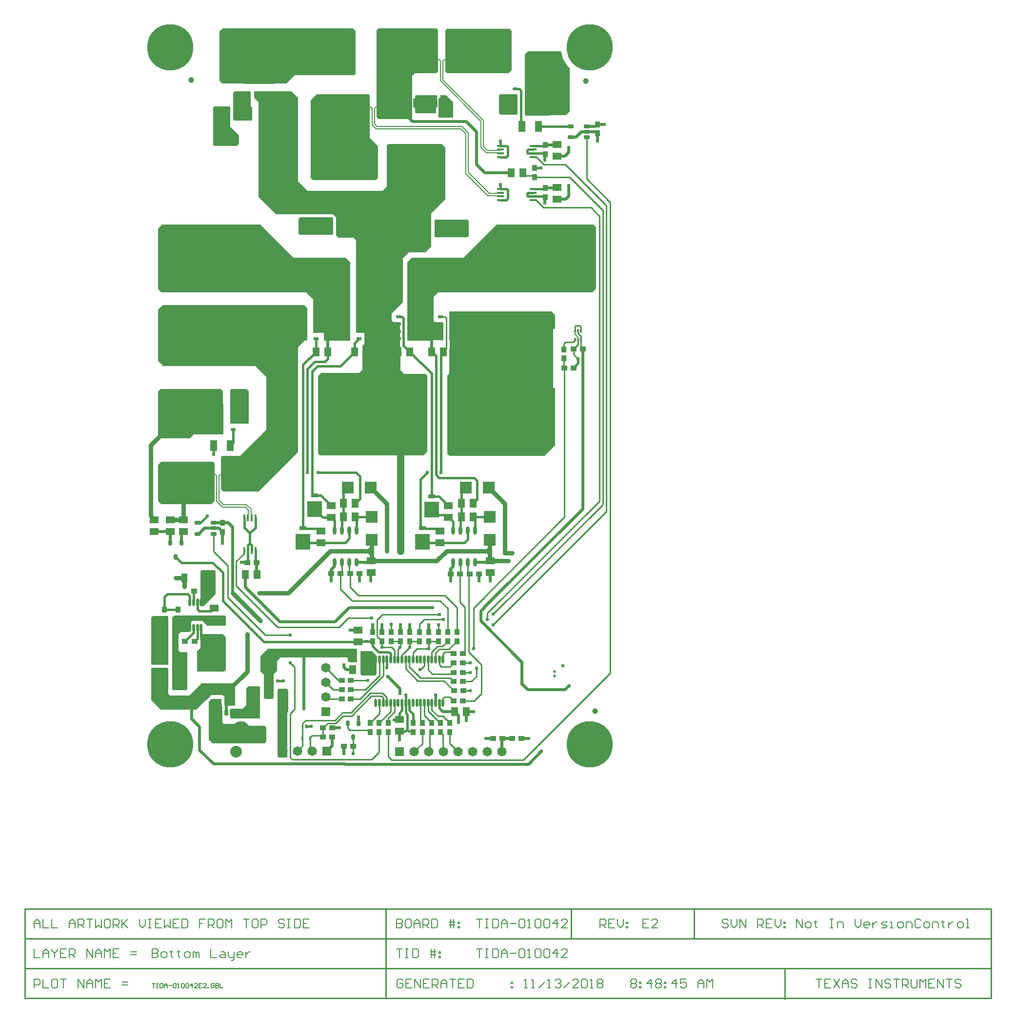
<source format=gbl>
G04*
G04 #@! TF.GenerationSoftware,Altium Limited,Altium Designer,18.1.9 (240)*
G04*
G04 Layer_Physical_Order=2*
G04 Layer_Color=16711680*
%FSAX25Y25*%
%MOIN*%
G70*
G01*
G75*
%ADD13C,0.01500*%
%ADD17C,0.00800*%
%ADD21C,0.00600*%
%ADD22C,0.01000*%
%ADD29C,0.03937*%
%ADD31R,0.03937X0.03740*%
%ADD36R,0.03740X0.03937*%
%ADD37R,0.06299X0.20866*%
%ADD48R,0.06496X0.06496*%
%ADD49C,0.06496*%
%ADD65C,0.02000*%
%ADD66C,0.03000*%
%ADD67R,0.06102X0.06102*%
%ADD68C,0.06102*%
%ADD69C,0.08268*%
G04:AMPARAMS|DCode=70|XSize=82.68mil|YSize=82.68mil|CornerRadius=20.67mil|HoleSize=0mil|Usage=FLASHONLY|Rotation=180.000|XOffset=0mil|YOffset=0mil|HoleType=Round|Shape=RoundedRectangle|*
%AMROUNDEDRECTD70*
21,1,0.08268,0.04134,0,0,180.0*
21,1,0.04134,0.08268,0,0,180.0*
1,1,0.04134,-0.02067,0.02067*
1,1,0.04134,0.02067,0.02067*
1,1,0.04134,0.02067,-0.02067*
1,1,0.04134,-0.02067,-0.02067*
%
%ADD70ROUNDEDRECTD70*%
G04:AMPARAMS|DCode=71|XSize=82.68mil|YSize=82.68mil|CornerRadius=20.67mil|HoleSize=0mil|Usage=FLASHONLY|Rotation=270.000|XOffset=0mil|YOffset=0mil|HoleType=Round|Shape=RoundedRectangle|*
%AMROUNDEDRECTD71*
21,1,0.08268,0.04134,0,0,270.0*
21,1,0.04134,0.08268,0,0,270.0*
1,1,0.04134,-0.02067,-0.02067*
1,1,0.04134,-0.02067,0.02067*
1,1,0.04134,0.02067,0.02067*
1,1,0.04134,0.02067,-0.02067*
%
%ADD71ROUNDEDRECTD71*%
%ADD72R,0.05906X0.05906*%
%ADD73C,0.05906*%
%ADD74R,0.06496X0.06496*%
G04:AMPARAMS|DCode=75|XSize=61.02mil|YSize=61.02mil|CornerRadius=1.83mil|HoleSize=0mil|Usage=FLASHONLY|Rotation=0.000|XOffset=0mil|YOffset=0mil|HoleType=Round|Shape=RoundedRectangle|*
%AMROUNDEDRECTD75*
21,1,0.06102,0.05736,0,0,0.0*
21,1,0.05736,0.06102,0,0,0.0*
1,1,0.00366,0.02868,-0.02868*
1,1,0.00366,-0.02868,-0.02868*
1,1,0.00366,-0.02868,0.02868*
1,1,0.00366,0.02868,0.02868*
%
%ADD75ROUNDEDRECTD75*%
%ADD76C,0.31496*%
%ADD77C,0.08000*%
%ADD78C,0.02400*%
%ADD79C,0.01968*%
G04:AMPARAMS|DCode=80|XSize=15.75mil|YSize=25.59mil|CornerRadius=1.97mil|HoleSize=0mil|Usage=FLASHONLY|Rotation=0.000|XOffset=0mil|YOffset=0mil|HoleType=Round|Shape=RoundedRectangle|*
%AMROUNDEDRECTD80*
21,1,0.01575,0.02165,0,0,0.0*
21,1,0.01181,0.02559,0,0,0.0*
1,1,0.00394,0.00591,-0.01083*
1,1,0.00394,-0.00591,-0.01083*
1,1,0.00394,-0.00591,0.01083*
1,1,0.00394,0.00591,0.01083*
%
%ADD80ROUNDEDRECTD80*%
%ADD81R,0.02362X0.01968*%
G04:AMPARAMS|DCode=82|XSize=33.86mil|YSize=20.08mil|CornerRadius=3.92mil|HoleSize=0mil|Usage=FLASHONLY|Rotation=90.000|XOffset=0mil|YOffset=0mil|HoleType=Round|Shape=RoundedRectangle|*
%AMROUNDEDRECTD82*
21,1,0.03386,0.01225,0,0,90.0*
21,1,0.02603,0.02008,0,0,90.0*
1,1,0.00783,0.00612,0.01301*
1,1,0.00783,0.00612,-0.01301*
1,1,0.00783,-0.00612,-0.01301*
1,1,0.00783,-0.00612,0.01301*
%
%ADD82ROUNDEDRECTD82*%
G04:AMPARAMS|DCode=83|XSize=170.87mil|YSize=212.6mil|CornerRadius=4.27mil|HoleSize=0mil|Usage=FLASHONLY|Rotation=90.000|XOffset=0mil|YOffset=0mil|HoleType=Round|Shape=RoundedRectangle|*
%AMROUNDEDRECTD83*
21,1,0.17087,0.20406,0,0,90.0*
21,1,0.16232,0.21260,0,0,90.0*
1,1,0.00854,0.10203,0.08116*
1,1,0.00854,0.10203,-0.08116*
1,1,0.00854,-0.10203,-0.08116*
1,1,0.00854,-0.10203,0.08116*
%
%ADD83ROUNDEDRECTD83*%
%ADD84O,0.02362X0.05709*%
G04:AMPARAMS|DCode=85|XSize=23.62mil|YSize=39.37mil|CornerRadius=2.01mil|HoleSize=0mil|Usage=FLASHONLY|Rotation=90.000|XOffset=0mil|YOffset=0mil|HoleType=Round|Shape=RoundedRectangle|*
%AMROUNDEDRECTD85*
21,1,0.02362,0.03535,0,0,90.0*
21,1,0.01961,0.03937,0,0,90.0*
1,1,0.00402,0.01768,0.00980*
1,1,0.00402,0.01768,-0.00980*
1,1,0.00402,-0.01768,-0.00980*
1,1,0.00402,-0.01768,0.00980*
%
%ADD85ROUNDEDRECTD85*%
G04:AMPARAMS|DCode=86|XSize=39.37mil|YSize=62.99mil|CornerRadius=1.97mil|HoleSize=0mil|Usage=FLASHONLY|Rotation=180.000|XOffset=0mil|YOffset=0mil|HoleType=Round|Shape=RoundedRectangle|*
%AMROUNDEDRECTD86*
21,1,0.03937,0.05906,0,0,180.0*
21,1,0.03543,0.06299,0,0,180.0*
1,1,0.00394,-0.01772,0.02953*
1,1,0.00394,0.01772,0.02953*
1,1,0.00394,0.01772,-0.02953*
1,1,0.00394,-0.01772,-0.02953*
%
%ADD86ROUNDEDRECTD86*%
G04:AMPARAMS|DCode=87|XSize=11.81mil|YSize=17.72mil|CornerRadius=1.95mil|HoleSize=0mil|Usage=FLASHONLY|Rotation=90.000|XOffset=0mil|YOffset=0mil|HoleType=Round|Shape=RoundedRectangle|*
%AMROUNDEDRECTD87*
21,1,0.01181,0.01382,0,0,90.0*
21,1,0.00791,0.01772,0,0,90.0*
1,1,0.00390,0.00691,0.00396*
1,1,0.00390,0.00691,-0.00396*
1,1,0.00390,-0.00691,-0.00396*
1,1,0.00390,-0.00691,0.00396*
%
%ADD87ROUNDEDRECTD87*%
G04:AMPARAMS|DCode=88|XSize=23.62mil|YSize=39.37mil|CornerRadius=2.01mil|HoleSize=0mil|Usage=FLASHONLY|Rotation=180.000|XOffset=0mil|YOffset=0mil|HoleType=Round|Shape=RoundedRectangle|*
%AMROUNDEDRECTD88*
21,1,0.02362,0.03535,0,0,180.0*
21,1,0.01961,0.03937,0,0,180.0*
1,1,0.00402,-0.00980,0.01768*
1,1,0.00402,0.00980,0.01768*
1,1,0.00402,0.00980,-0.01768*
1,1,0.00402,-0.00980,-0.01768*
%
%ADD88ROUNDEDRECTD88*%
%ADD89O,0.01772X0.05315*%
G04:AMPARAMS|DCode=90|XSize=11.81mil|YSize=26.38mil|CornerRadius=1.95mil|HoleSize=0mil|Usage=FLASHONLY|Rotation=0.000|XOffset=0mil|YOffset=0mil|HoleType=Round|Shape=RoundedRectangle|*
%AMROUNDEDRECTD90*
21,1,0.01181,0.02248,0,0,0.0*
21,1,0.00791,0.02638,0,0,0.0*
1,1,0.00390,0.00396,-0.01124*
1,1,0.00390,-0.00396,-0.01124*
1,1,0.00390,-0.00396,0.01124*
1,1,0.00390,0.00396,0.01124*
%
%ADD90ROUNDEDRECTD90*%
%ADD91O,0.04724X0.01575*%
%ADD92O,0.01772X0.05512*%
%ADD93R,0.05000X0.06300*%
%ADD94R,0.06300X0.05000*%
%ADD95R,0.05118X0.07284*%
%ADD96R,0.12205X0.15748*%
G04:AMPARAMS|DCode=97|XSize=176.77mil|YSize=179.92mil|CornerRadius=1.77mil|HoleSize=0mil|Usage=FLASHONLY|Rotation=0.000|XOffset=0mil|YOffset=0mil|HoleType=Round|Shape=RoundedRectangle|*
%AMROUNDEDRECTD97*
21,1,0.17677,0.17639,0,0,0.0*
21,1,0.17324,0.17992,0,0,0.0*
1,1,0.00354,0.08662,-0.08819*
1,1,0.00354,-0.08662,-0.08819*
1,1,0.00354,-0.08662,0.08819*
1,1,0.00354,0.08662,0.08819*
%
%ADD97ROUNDEDRECTD97*%
G04:AMPARAMS|DCode=98|XSize=35.83mil|YSize=20.08mil|CornerRadius=3.92mil|HoleSize=0mil|Usage=FLASHONLY|Rotation=0.000|XOffset=0mil|YOffset=0mil|HoleType=Round|Shape=RoundedRectangle|*
%AMROUNDEDRECTD98*
21,1,0.03583,0.01225,0,0,0.0*
21,1,0.02800,0.02008,0,0,0.0*
1,1,0.00783,0.01400,-0.00612*
1,1,0.00783,-0.01400,-0.00612*
1,1,0.00783,-0.01400,0.00612*
1,1,0.00783,0.01400,0.00612*
%
%ADD98ROUNDEDRECTD98*%
G04:AMPARAMS|DCode=99|XSize=33.86mil|YSize=20.08mil|CornerRadius=3.92mil|HoleSize=0mil|Usage=FLASHONLY|Rotation=0.000|XOffset=0mil|YOffset=0mil|HoleType=Round|Shape=RoundedRectangle|*
%AMROUNDEDRECTD99*
21,1,0.03386,0.01225,0,0,0.0*
21,1,0.02603,0.02008,0,0,0.0*
1,1,0.00783,0.01301,-0.00612*
1,1,0.00783,-0.01301,-0.00612*
1,1,0.00783,-0.01301,0.00612*
1,1,0.00783,0.01301,0.00612*
%
%ADD99ROUNDEDRECTD99*%
G04:AMPARAMS|DCode=100|XSize=170.87mil|YSize=212.6mil|CornerRadius=4.27mil|HoleSize=0mil|Usage=FLASHONLY|Rotation=0.000|XOffset=0mil|YOffset=0mil|HoleType=Round|Shape=RoundedRectangle|*
%AMROUNDEDRECTD100*
21,1,0.17087,0.20406,0,0,0.0*
21,1,0.16232,0.21260,0,0,0.0*
1,1,0.00854,0.08116,-0.10203*
1,1,0.00854,-0.08116,-0.10203*
1,1,0.00854,-0.08116,0.10203*
1,1,0.00854,0.08116,0.10203*
%
%ADD100ROUNDEDRECTD100*%
G04:AMPARAMS|DCode=101|XSize=23.62mil|YSize=39.37mil|CornerRadius=5.91mil|HoleSize=0mil|Usage=FLASHONLY|Rotation=180.000|XOffset=0mil|YOffset=0mil|HoleType=Round|Shape=RoundedRectangle|*
%AMROUNDEDRECTD101*
21,1,0.02362,0.02756,0,0,180.0*
21,1,0.01181,0.03937,0,0,180.0*
1,1,0.01181,-0.00591,0.01378*
1,1,0.01181,0.00591,0.01378*
1,1,0.01181,0.00591,-0.01378*
1,1,0.01181,-0.00591,-0.01378*
%
%ADD101ROUNDEDRECTD101*%
%ADD102R,0.07874X0.07874*%
%ADD103R,0.07874X0.07874*%
%ADD104R,0.05000X0.03000*%
%ADD105R,0.10000X0.10500*%
%ADD106R,0.03602X0.04803*%
%ADD107R,0.08500X0.10799*%
%ADD108R,0.04331X0.06299*%
%ADD109O,0.01575X0.04724*%
%ADD110R,0.20866X0.06299*%
%ADD111R,0.13386X0.05118*%
%ADD112R,0.04803X0.03602*%
%ADD113C,0.05000*%
%ADD114C,0.06000*%
G36*
X0321219Y0702400D02*
X0322219Y0701400D01*
X0322219Y0672800D01*
X0321019Y0671600D01*
X0306319Y0671600D01*
X0304619Y0669900D01*
X0304619Y0655573D01*
X0304324Y0655376D01*
X0303949Y0654815D01*
X0303817Y0654153D01*
Y0648247D01*
X0303949Y0647585D01*
X0304324Y0647024D01*
X0304619Y0646827D01*
Y0641400D01*
X0303619Y0640400D01*
X0281519D01*
X0280319Y0641600D01*
Y0656000D01*
X0280319Y0701000D01*
X0281719Y0702400D01*
X0321219Y0702400D01*
D02*
G37*
G36*
X0372719Y0700400D02*
X0372719Y0673900D01*
X0370419Y0671600D01*
X0343119Y0671600D01*
X0328419Y0671600D01*
X0327219Y0672800D01*
X0327219Y0700900D01*
X0328219Y0701900D01*
X0371219D01*
X0372719Y0700400D01*
D02*
G37*
G36*
X0265919Y0700700D02*
Y0681800D01*
Y0671300D01*
X0264819Y0670200D01*
X0224419D01*
X0223219Y0669000D01*
X0218719Y0664500D01*
X0217119D01*
X0174919Y0664500D01*
X0173019Y0666400D01*
Y0700200D01*
X0175219Y0702400D01*
X0264219Y0702400D01*
X0265919Y0700700D01*
D02*
G37*
G36*
X0321119Y0656500D02*
X0321819Y0655800D01*
Y0655507D01*
X0321303Y0654735D01*
X0321109Y0653759D01*
Y0651200D01*
Y0648641D01*
Y0644400D01*
X0307319Y0644400D01*
X0306658Y0645061D01*
Y0646827D01*
X0306619Y0647024D01*
Y0647225D01*
X0306542Y0647410D01*
X0306503Y0647607D01*
X0306391Y0647774D01*
X0306314Y0647960D01*
X0306172Y0648102D01*
X0306061Y0648269D01*
X0306029Y0648290D01*
Y0648641D01*
Y0651200D01*
Y0653759D01*
Y0654110D01*
X0306061Y0654131D01*
X0306172Y0654298D01*
X0306314Y0654440D01*
X0306391Y0654626D01*
X0306503Y0654793D01*
X0306542Y0654990D01*
X0306619Y0655175D01*
X0306619Y0655376D01*
X0306658Y0655573D01*
Y0656139D01*
X0307019Y0656500D01*
X0321119Y0656500D01*
D02*
G37*
G36*
X0376641Y0656878D02*
Y0643982D01*
X0375919Y0643261D01*
X0365158D01*
X0364019Y0644400D01*
Y0656400D01*
X0364719Y0657100D01*
X0376419D01*
X0376641Y0656878D01*
D02*
G37*
G36*
X0406938Y0684089D02*
X0407770Y0681637D01*
X0408915Y0679316D01*
X0410353Y0677163D01*
X0412060Y0675217D01*
X0412219Y0675077D01*
X0412219Y0645400D01*
X0409619Y0642800D01*
X0393119Y0642800D01*
X0382619D01*
X0381719Y0643700D01*
Y0663300D01*
Y0684700D01*
X0383619Y0686600D01*
X0406438D01*
X0406938Y0684089D01*
D02*
G37*
G36*
X0332519Y0652000D02*
Y0641400D01*
X0332368Y0641249D01*
X0322970D01*
X0322619Y0641600D01*
Y0643061D01*
X0322992Y0643620D01*
X0323148Y0644400D01*
Y0647523D01*
X0323189Y0647585D01*
X0323321Y0648247D01*
Y0654084D01*
X0323514Y0654374D01*
X0323591Y0654560D01*
X0323703Y0654727D01*
X0323742Y0654924D01*
X0323819Y0655110D01*
Y0655310D01*
X0323858Y0655507D01*
Y0655800D01*
X0323796Y0656113D01*
X0324113Y0656500D01*
X0328019D01*
X0332519Y0652000D01*
D02*
G37*
G36*
X0193719Y0659400D02*
X0194219Y0658900D01*
Y0649400D01*
X0195219Y0648400D01*
Y0639900D01*
X0194719Y0639400D01*
X0183219D01*
X0182219Y0640400D01*
X0182219Y0658400D01*
X0183219Y0659400D01*
X0193719Y0659400D01*
D02*
G37*
G36*
X0180180Y0648439D02*
Y0640400D01*
X0180219Y0640203D01*
Y0635400D01*
X0184219Y0631400D01*
X0186219Y0629400D01*
Y0625900D01*
Y0623400D01*
X0184719Y0621900D01*
X0169719D01*
X0168719Y0622900D01*
X0168719Y0648400D01*
X0169219Y0648900D01*
X0179719D01*
X0180180Y0648439D01*
D02*
G37*
G36*
X0275719Y0656500D02*
Y0627600D01*
X0281419Y0621900D01*
Y0600100D01*
X0279919Y0598600D01*
X0236919D01*
X0235419Y0600100D01*
Y0653300D01*
X0239519Y0657400D01*
X0274819D01*
X0275719Y0656500D01*
D02*
G37*
G36*
X0250519Y0572500D02*
Y0565600D01*
X0250519Y0561700D01*
X0249919Y0561100D01*
X0228019Y0561100D01*
X0227519Y0561600D01*
X0227119Y0562000D01*
Y0566900D01*
Y0571100D01*
Y0572200D01*
X0228019Y0573100D01*
X0249919D01*
X0250519Y0572500D01*
D02*
G37*
G36*
X0342430Y0571714D02*
X0342930Y0571214D01*
X0343330Y0570814D01*
Y0565914D01*
Y0561714D01*
Y0560614D01*
X0342430Y0559714D01*
X0320530D01*
X0319930Y0560314D01*
Y0567214D01*
X0319930Y0571114D01*
X0320530Y0571714D01*
X0342430Y0571714D01*
D02*
G37*
G36*
X0428712Y0568207D02*
X0430219Y0566700D01*
X0430219Y0524700D01*
X0427526Y0522007D01*
X0322626Y0522007D01*
X0319419Y0518800D01*
X0319419Y0502500D01*
X0320319Y0501600D01*
X0325519D01*
X0326080Y0501039D01*
Y0489361D01*
X0325826Y0489107D01*
X0319077Y0489107D01*
X0318877Y0488907D01*
X0301377D01*
X0301277Y0489007D01*
Y0542507D01*
X0304477Y0545707D01*
X0339977D01*
X0355077Y0560807D01*
X0362477Y0568207D01*
X0424377D01*
X0428712Y0568207D01*
D02*
G37*
G36*
X0208419Y0560800D02*
X0223519Y0545700D01*
X0259019D01*
X0262219Y0542500D01*
Y0489000D01*
X0262119Y0488900D01*
X0244619D01*
X0244419Y0489100D01*
Y0493800D01*
X0243919Y0494300D01*
X0237319D01*
X0237019Y0494600D01*
Y0505500D01*
Y0517400D01*
X0232419Y0522000D01*
X0133219D01*
X0130819Y0524400D01*
Y0565300D01*
X0130719Y0565400D01*
X0133519Y0568200D01*
X0201019D01*
X0208419Y0560800D01*
D02*
G37*
G36*
X0191719Y0455800D02*
X0192819Y0454700D01*
Y0432700D01*
X0192219Y0432100D01*
X0181319Y0432100D01*
X0180819D01*
X0180219Y0432700D01*
Y0432900D01*
X0180219Y0455000D01*
X0181019Y0455800D01*
X0185419Y0455800D01*
X0191719Y0455800D01*
D02*
G37*
G36*
X0175319Y0454400D02*
X0175419Y0454300D01*
Y0445200D01*
Y0425200D01*
X0175219Y0425000D01*
X0155319D01*
X0152519Y0422200D01*
X0132619Y0422200D01*
X0130819Y0424000D01*
X0130819Y0454000D01*
X0132619Y0455800D01*
X0173919D01*
X0175319Y0454400D01*
D02*
G37*
G36*
X0226719Y0654900D02*
Y0597900D01*
X0233219Y0591400D01*
X0284219D01*
X0287219Y0594400D01*
X0287219Y0622000D01*
X0288419Y0623200D01*
X0324819D01*
X0327319Y0620700D01*
Y0585500D01*
X0317719Y0575900D01*
Y0553400D01*
X0313719Y0549400D01*
X0302219D01*
X0298219Y0545400D01*
Y0515200D01*
X0290719Y0507700D01*
Y0502900D01*
X0292219Y0501400D01*
X0292319Y0501500D01*
X0296445D01*
Y0500674D01*
Y0485680D01*
X0296619Y0484802D01*
X0296719Y0484653D01*
Y0468900D01*
X0299419Y0466200D01*
X0313919D01*
X0314919Y0465200D01*
Y0413200D01*
X0312319Y0410600D01*
X0241719D01*
X0240319Y0412000D01*
Y0465000D01*
X0242219Y0466900D01*
X0268219D01*
X0270719Y0469400D01*
Y0485600D01*
X0271819Y0486700D01*
Y0493800D01*
X0271219Y0494400D01*
X0266919D01*
X0266419Y0494900D01*
Y0557700D01*
X0264719Y0559400D01*
X0254219D01*
X0252719Y0560900D01*
Y0573400D01*
X0250719Y0575400D01*
X0211719D01*
X0199719Y0587400D01*
Y0651900D01*
X0196719Y0654900D01*
Y0658900D01*
X0197219Y0659400D01*
X0222219Y0659400D01*
X0226719Y0654900D01*
D02*
G37*
G36*
X0402319Y0506600D02*
Y0496828D01*
X0401121D01*
Y0484081D01*
X0401089D01*
Y0456719D01*
X0402319D01*
X0402319Y0417700D01*
X0394919Y0410300D01*
X0338719Y0410300D01*
X0330319Y0410300D01*
X0328619Y0412000D01*
X0328619Y0430900D01*
Y0431300D01*
X0328619Y0465200D01*
X0329919Y0466500D01*
Y0476750D01*
X0330119D01*
Y0483203D01*
X0330158Y0483400D01*
Y0504300D01*
X0330003Y0505080D01*
X0329919Y0505206D01*
Y0506600D01*
Y0508600D01*
X0330219Y0508900D01*
X0400019Y0508900D01*
X0402319Y0506600D01*
D02*
G37*
G36*
X0232819Y0511400D02*
Y0493100D01*
Y0490900D01*
X0232519Y0490600D01*
X0226519Y0484600D01*
Y0424200D01*
Y0424100D01*
Y0412700D01*
X0199719Y0385900D01*
X0175619Y0385900D01*
X0174019Y0387500D01*
Y0409600D01*
X0174619Y0410200D01*
X0186919D01*
X0199534Y0422816D01*
X0199706Y0422962D01*
X0200596Y0423723D01*
X0200596Y0423723D01*
X0200596Y0423723D01*
X0201196Y0424323D01*
X0201862Y0425102D01*
X0202103Y0425384D01*
X0204819Y0428100D01*
X0204819Y0464200D01*
X0197319Y0471700D01*
X0134219Y0471700D01*
X0130819Y0475100D01*
X0130819Y0510000D01*
X0131419Y0510600D01*
X0134019Y0513200D01*
X0231019D01*
X0232819Y0511400D01*
D02*
G37*
G36*
X0169619Y0405200D02*
Y0393500D01*
Y0379400D01*
X0169019Y0378800D01*
X0167319Y0377100D01*
X0133419D01*
X0130819Y0379700D01*
X0130819Y0403900D01*
X0131319Y0404400D01*
X0133019Y0406100D01*
X0168719D01*
X0169619Y0405200D01*
D02*
G37*
G36*
X0169514Y0332200D02*
X0170214Y0331500D01*
X0170214Y0315755D01*
X0164770Y0310311D01*
X0164659Y0310200D01*
X0164564D01*
Y0310105D01*
X0161914Y0307455D01*
X0160176D01*
Y0310311D01*
X0160002Y0311189D01*
X0159832Y0311443D01*
Y0331518D01*
X0160514Y0332200D01*
X0169514Y0332200D01*
D02*
G37*
G36*
X0177314Y0300500D02*
X0177314Y0294600D01*
X0176814Y0294100D01*
X0164714Y0294100D01*
X0163214Y0295600D01*
X0161214Y0297600D01*
X0154414D01*
X0153514Y0296700D01*
Y0294133D01*
X0153204Y0293669D01*
X0153029Y0292791D01*
Y0290459D01*
X0152370Y0289800D01*
X0146214D01*
X0145414Y0289000D01*
X0145114Y0288700D01*
Y0282200D01*
Y0277200D01*
X0145814Y0276500D01*
X0146114Y0276200D01*
X0150514D01*
X0151114Y0275600D01*
X0151114Y0258500D01*
Y0250800D01*
X0150614Y0250300D01*
X0141274D01*
X0140514Y0251060D01*
X0140514Y0268500D01*
Y0300000D01*
X0141514Y0301000D01*
X0141814Y0301300D01*
X0176514D01*
X0177314Y0300500D01*
D02*
G37*
G36*
X0266819Y0277900D02*
Y0269800D01*
X0266319Y0269300D01*
X0261519D01*
X0260719Y0270100D01*
Y0272200D01*
X0260219Y0272700D01*
X0214819Y0272700D01*
X0212219Y0270100D01*
X0212219Y0263400D01*
X0210019Y0261200D01*
X0210019Y0245200D01*
X0209119Y0244300D01*
X0204119Y0244300D01*
X0203219Y0245200D01*
X0203219Y0260900D01*
X0201019Y0263100D01*
X0201019Y0273700D01*
X0203519Y0276200D01*
X0206019Y0278700D01*
X0266019D01*
X0266819Y0277900D01*
D02*
G37*
G36*
X0138114Y0300300D02*
Y0267977D01*
X0137660Y0267590D01*
X0137414Y0267639D01*
X0129714D01*
X0129014Y0267500D01*
X0127119D01*
X0126219Y0268400D01*
X0126219Y0299900D01*
X0127219Y0300900D01*
X0137514Y0300900D01*
X0138114Y0300300D01*
D02*
G37*
G36*
X0137262Y0265590D02*
X0137381D01*
X0137441Y0265573D01*
X0138014Y0265000D01*
Y0247900D01*
X0139214Y0246700D01*
X0152414D01*
X0156714Y0251000D01*
X0160714Y0255000D01*
X0181814D01*
X0183614Y0253200D01*
Y0240200D01*
X0183114Y0239700D01*
X0177014D01*
X0176463Y0240251D01*
X0176357Y0240409D01*
X0176321Y0240594D01*
Y0240706D01*
X0176314Y0240739D01*
Y0246000D01*
X0175314Y0247000D01*
X0167214D01*
X0163614Y0243400D01*
X0157114Y0236900D01*
X0132914D01*
X0129814Y0240000D01*
X0126219Y0243595D01*
Y0265178D01*
X0126719Y0265540D01*
X0127119Y0265461D01*
X0129014D01*
X0129211Y0265500D01*
X0129412D01*
X0129915Y0265600D01*
X0137213D01*
X0137262Y0265590D01*
D02*
G37*
G36*
X0176214Y0287500D02*
X0177314Y0286400D01*
Y0264100D01*
X0176114Y0262900D01*
X0158414D01*
X0157614Y0263700D01*
Y0276800D01*
X0160014Y0279200D01*
Y0284602D01*
X0160176Y0285418D01*
Y0287762D01*
X0161014Y0288600D01*
X0175114D01*
X0176214Y0287500D01*
D02*
G37*
G36*
X0280519Y0273700D02*
Y0272375D01*
X0280363Y0272141D01*
X0280207Y0271361D01*
Y0261088D01*
X0279319Y0260200D01*
X0270219Y0260200D01*
X0269319Y0261100D01*
X0269319Y0276600D01*
X0269719Y0277000D01*
X0277219D01*
X0280519Y0273700D01*
D02*
G37*
G36*
X0200764Y0252350D02*
Y0231550D01*
X0200214Y0231000D01*
X0180714D01*
X0180214Y0231500D01*
Y0233201D01*
X0180226Y0233261D01*
Y0236797D01*
X0180214Y0236858D01*
Y0237100D01*
X0180614Y0237500D01*
X0188614D01*
X0189614Y0238500D01*
X0191414Y0240300D01*
Y0251700D01*
X0192514Y0252800D01*
X0200314D01*
X0200764Y0252350D01*
D02*
G37*
G36*
X0174275Y0243939D02*
Y0242100D01*
Y0240739D01*
X0174281Y0240706D01*
D01*
Y0240393D01*
X0174437Y0239613D01*
X0174879Y0238952D01*
X0174963Y0238867D01*
Y0237510D01*
X0174929Y0237460D01*
X0174797Y0236797D01*
Y0233261D01*
X0174929Y0232598D01*
X0175114Y0232321D01*
Y0228000D01*
X0175814Y0227300D01*
X0183319D01*
X0184719Y0228700D01*
X0190714Y0228700D01*
X0193414Y0226000D01*
X0204114D01*
X0205114Y0225000D01*
Y0215100D01*
X0203814Y0213800D01*
X0168314D01*
X0165714Y0216400D01*
Y0242616D01*
X0167498Y0244400D01*
X0173814D01*
X0174275Y0243939D01*
D02*
G37*
G36*
X0219819Y0250300D02*
X0219819Y0237500D01*
Y0235505D01*
X0219535Y0235080D01*
X0219380Y0234300D01*
Y0204861D01*
X0219119Y0204600D01*
X0218919Y0204400D01*
X0213519D01*
X0212719Y0205200D01*
Y0207800D01*
Y0250500D01*
X0213319Y0251100D01*
X0219019Y0251100D01*
X0219819Y0250300D01*
D02*
G37*
G54D13*
X0232407Y0225600D02*
X0235519D01*
X0232278Y0225471D02*
X0232407Y0225600D01*
X0212587Y0256500D02*
X0216719D01*
X0418019Y0473550D02*
Y0476300D01*
X0414868Y0470400D02*
X0418019Y0473550D01*
X0365019Y0584923D02*
X0368819D01*
X0370119Y0586223D01*
Y0591823D01*
X0369342Y0592600D02*
X0370119Y0591823D01*
X0365019Y0592600D02*
X0369342D01*
X0365019Y0621977D02*
X0369342D01*
X0370119Y0621200D01*
Y0615600D02*
Y0621200D01*
X0368819Y0614300D02*
X0370119Y0615600D01*
X0365019Y0614300D02*
X0368819D01*
X0189819Y0361400D02*
Y0367900D01*
Y0361400D02*
X0193719Y0357500D01*
X0137219Y0315900D02*
X0151219D01*
X0135314Y0313995D02*
X0137219Y0315900D01*
X0135314Y0305250D02*
Y0313995D01*
X0152764Y0310311D02*
Y0314355D01*
X0151219Y0315900D02*
X0152764Y0314355D01*
X0302719Y0236700D02*
X0305465Y0233954D01*
Y0227850D02*
Y0233954D01*
X0302719Y0236700D02*
Y0241439D01*
X0323191Y0237874D02*
X0324592Y0236473D01*
X0155323Y0317559D02*
X0155565Y0317800D01*
X0155323Y0310311D02*
Y0317559D01*
X0175319Y0311200D02*
Y0330500D01*
X0168419Y0337400D02*
X0175319Y0330500D01*
X0147095Y0337400D02*
X0168419D01*
X0175319Y0311200D02*
X0203319Y0283200D01*
X0194937Y0345459D02*
Y0349282D01*
X0193719Y0350500D02*
X0194937Y0349282D01*
X0193719Y0357500D02*
X0197496Y0361277D01*
X0193719Y0350500D02*
Y0357500D01*
X0192378Y0349159D02*
X0193719Y0350500D01*
X0197496Y0361277D02*
Y0367900D01*
X0300160Y0241439D02*
X0300303Y0241583D01*
X0203319Y0283200D02*
X0267619D01*
X0288719Y0276300D02*
X0289924Y0275095D01*
Y0271361D02*
Y0275095D01*
X0281519Y0276300D02*
X0288719D01*
X0277519Y0280300D02*
X0281519Y0276300D01*
X0277519Y0280300D02*
Y0283650D01*
X0277469Y0283700D02*
X0277519Y0283650D01*
X0273319Y0283700D02*
X0277469D01*
X0268119D02*
X0273319D01*
X0267619Y0283200D02*
X0268119Y0283700D01*
X0143119Y0341376D02*
X0147095Y0337400D01*
X0287365Y0265546D02*
Y0271361D01*
X0323191Y0237874D02*
Y0241439D01*
X0301224Y0230499D02*
X0301242Y0223277D01*
X0300160Y0234800D02*
Y0241439D01*
Y0234800D02*
X0301224Y0233735D01*
Y0230499D02*
Y0233735D01*
X0300065Y0222100D02*
X0301242Y0223277D01*
X0302319Y0222200D02*
X0304815D01*
X0301242Y0223277D02*
X0302319Y0222200D01*
X0304815D02*
X0305465Y0221550D01*
X0296065Y0222100D02*
X0300065D01*
X0388369Y0606950D02*
X0392618D01*
X0387460Y0592600D02*
X0394808D01*
X0395519Y0593311D01*
X0387460Y0587482D02*
X0395049D01*
X0395519Y0587012D01*
X0383937Y0590041D02*
X0387460D01*
X0383319Y0589423D02*
X0383937Y0590041D01*
X0383319Y0587923D02*
Y0589423D01*
Y0587923D02*
X0383760Y0587482D01*
X0387460D01*
X0365019Y0592600D02*
Y0595723D01*
X0387460Y0621977D02*
X0394808D01*
X0395519Y0622688D01*
X0387460Y0616859D02*
X0395049D01*
X0395519Y0616389D01*
X0383937Y0619418D02*
X0387460D01*
X0383319Y0618800D02*
X0383937Y0619418D01*
X0383319Y0617300D02*
Y0618800D01*
Y0617300D02*
X0383760Y0616859D01*
X0387460D01*
X0365019Y0621977D02*
Y0625100D01*
X0192378Y0345459D02*
Y0349159D01*
X0191908Y0337400D02*
X0192378Y0337870D01*
Y0345459D01*
X0197496Y0338111D02*
X0198207Y0337400D01*
X0197496Y0338111D02*
Y0345459D01*
X0265273Y0487385D02*
X0268281Y0490393D01*
X0265273Y0481402D02*
Y0487385D01*
X0169019Y0411200D02*
Y0417191D01*
X0168910Y0417300D02*
X0169019Y0417191D01*
X0135314Y0305250D02*
X0144714D01*
X0135314Y0305250D02*
X0135314Y0305250D01*
X0157882Y0305632D02*
Y0310311D01*
Y0305632D02*
X0159114Y0304400D01*
X0167414D01*
X0169214Y0306200D01*
X0160441Y0285522D02*
Y0292791D01*
Y0285522D02*
X0162364Y0283600D01*
X0157882Y0285418D02*
Y0292791D01*
X0156065Y0283600D02*
X0157882Y0285418D01*
X0149314Y0283500D02*
X0155323Y0289509D01*
Y0292791D01*
X0295215Y0505400D02*
X0297619D01*
X0298739Y0504280D01*
Y0485680D02*
Y0504280D01*
Y0485680D02*
X0303019Y0481400D01*
X0238873Y0481402D02*
X0238877Y0481405D01*
Y0490402D01*
X0180327Y0417300D02*
X0182215Y0419187D01*
Y0428236D01*
X0391093Y0635335D02*
X0412987D01*
X0391028Y0635400D02*
X0391093Y0635335D01*
X0378935Y0636076D02*
X0379610Y0635400D01*
X0378935Y0636076D02*
Y0659684D01*
X0377819Y0660800D02*
X0378935Y0659684D01*
X0374919Y0660800D02*
X0377819D01*
X0229919Y0472447D02*
X0238873Y0481402D01*
X0246873Y0476554D02*
Y0481402D01*
X0255472Y0471600D02*
X0265273Y0481402D01*
X0244919Y0474600D02*
X0246873Y0476554D01*
X0238119Y0474600D02*
X0244919D01*
X0240019Y0471600D02*
X0255472D01*
X0233019Y0398800D02*
Y0469500D01*
X0238119Y0474600D01*
X0236319Y0467900D02*
X0240019Y0471600D01*
X0229919Y0361031D02*
Y0472447D01*
X0237971Y0373964D02*
X0243671Y0368264D01*
X0249171D01*
X0251671Y0359193D02*
Y0365764D01*
X0249171Y0368264D02*
X0251671Y0365764D01*
X0256671Y0359193D02*
Y0367664D01*
X0257671Y0368664D01*
Y0385693D02*
X0260643Y0388664D01*
X0266671Y0359193D02*
Y0367664D01*
X0265671Y0368664D02*
X0266671Y0367664D01*
X0265671Y0368664D02*
X0276945D01*
X0230016Y0360934D02*
X0230316Y0360634D01*
X0240702D02*
X0242371Y0358964D01*
X0230316Y0360634D02*
X0240702D01*
X0230016Y0351734D02*
X0230786Y0350964D01*
X0242371D01*
X0258847D01*
X0261671Y0353788D01*
Y0359193D01*
X0242271Y0383164D02*
X0249171Y0376264D01*
X0237971Y0383164D02*
X0242271D01*
X0265671Y0377864D02*
X0268819Y0381012D01*
X0229919Y0361031D02*
X0230016Y0360934D01*
X0240419Y0398800D02*
X0266219D01*
X0268819Y0396200D01*
Y0381012D02*
Y0396200D01*
X0236319Y0383164D02*
Y0467900D01*
Y0383164D02*
X0237971D01*
X0303019Y0481400D02*
X0317891Y0466528D01*
Y0382713D02*
Y0466528D01*
X0324291Y0399028D02*
Y0479572D01*
X0326119Y0481400D01*
X0346346Y0377831D02*
X0349119Y0380604D01*
X0347119Y0395400D02*
X0349119Y0393400D01*
Y0380604D02*
Y0393400D01*
X0323119Y0395400D02*
X0347119D01*
X0310319Y0394355D02*
X0314991Y0399028D01*
X0310319Y0362300D02*
Y0394355D01*
Y0362300D02*
X0311719Y0360900D01*
X0332546Y0359159D02*
Y0365158D01*
X0329373Y0368331D02*
X0332546Y0365158D01*
X0327904Y0369800D02*
X0329373Y0368331D01*
X0321604Y0369800D02*
X0327904D01*
X0317973Y0373431D02*
X0321604Y0369800D01*
X0322991Y0382713D02*
X0329373Y0376331D01*
X0337546Y0359159D02*
Y0367831D01*
X0338346Y0368631D01*
Y0377831D01*
X0347546Y0359159D02*
Y0367431D01*
X0346346Y0368631D02*
X0347546Y0367431D01*
X0346346Y0368631D02*
X0357620D01*
X0357646Y0368605D01*
X0323546Y0350931D02*
X0340350D01*
X0342546Y0353127D01*
Y0359159D01*
X0312488Y0350931D02*
X0323546D01*
X0311719Y0351700D02*
X0312488Y0350931D01*
X0321876Y0360600D02*
X0323546Y0358931D01*
X0312019Y0360600D02*
X0321876D01*
X0311719Y0360900D02*
X0312019Y0360600D01*
X0158119Y0364540D02*
X0159859D01*
X0164619Y0369300D01*
X0338346Y0377831D02*
Y0385677D01*
X0341299Y0388631D01*
X0318119Y0481400D02*
X0320991Y0478528D01*
Y0397528D02*
X0323119Y0395400D01*
X0320991Y0397528D02*
Y0478528D01*
X0317891Y0382713D02*
X0322991D01*
X0257671Y0368664D02*
Y0385693D01*
X0297601Y0236436D02*
Y0241439D01*
X0295865Y0234700D02*
X0297601Y0236436D01*
X0320632Y0241439D02*
Y0246900D01*
X0300303Y0241583D02*
Y0246816D01*
X0300219Y0246900D02*
X0300303Y0246816D01*
X0295865Y0229900D02*
Y0234700D01*
G54D17*
X0341219Y0603054D02*
X0356451Y0587823D01*
X0343019Y0603800D02*
X0357196Y0589623D01*
X0364678Y0587823D02*
X0365019Y0587482D01*
X0356451Y0587823D02*
X0364678D01*
X0276319Y0648600D02*
X0277219Y0647700D01*
Y0636154D02*
Y0647700D01*
X0269257Y0648600D02*
X0276319D01*
X0279873Y0633500D02*
X0338019D01*
X0341219Y0630300D01*
X0277219Y0636154D02*
X0279873Y0633500D01*
X0341219Y0603054D02*
Y0630300D01*
X0364601Y0589623D02*
X0365019Y0590041D01*
X0357196Y0589623D02*
X0364601D01*
X0338765Y0635300D02*
X0343019Y0631046D01*
Y0603800D02*
Y0631046D01*
X0280619Y0635300D02*
X0338765D01*
X0279919Y0648600D02*
X0286580D01*
X0279019Y0636900D02*
Y0647700D01*
Y0636900D02*
X0280619Y0635300D01*
X0279019Y0647700D02*
X0279919Y0648600D01*
X0172619Y0380000D02*
X0175619Y0377000D01*
X0191419D01*
X0194519Y0373900D01*
X0323819Y0666437D02*
X0351619Y0638637D01*
Y0621037D02*
Y0638637D01*
X0322919Y0680800D02*
X0323819Y0679900D01*
X0355456Y0617200D02*
X0364678D01*
X0365019Y0616859D01*
X0351619Y0621037D02*
X0355456Y0617200D01*
X0316458Y0680800D02*
X0322919D01*
X0323819Y0666437D02*
Y0679900D01*
X0316057Y0681200D02*
X0316458Y0680800D01*
X0355919Y0619000D02*
X0364601D01*
X0353419Y0621500D02*
X0355919Y0619000D01*
X0353419Y0621500D02*
Y0639100D01*
X0332980Y0680800D02*
X0333380Y0681200D01*
X0325619Y0679900D02*
X0326519Y0680800D01*
X0332980D01*
X0325619Y0666900D02*
X0353419Y0639100D01*
X0325619Y0666900D02*
Y0679900D01*
X0364601Y0619000D02*
X0365019Y0619418D01*
X0310119Y0264300D02*
X0310419D01*
X0245619Y0256400D02*
X0245819Y0256600D01*
X0194519Y0368318D02*
Y0373900D01*
X0192719Y0368241D02*
Y0373400D01*
X0171019Y0379337D02*
Y0396500D01*
X0190719Y0375400D02*
X0192719Y0373400D01*
X0174956Y0375400D02*
X0190719D01*
X0171019Y0379337D02*
X0174956Y0375400D01*
X0172619Y0380000D02*
Y0396500D01*
X0169919Y0397600D02*
X0171019Y0396500D01*
X0172619D02*
X0173719Y0397600D01*
X0194519Y0368318D02*
X0194937Y0367900D01*
X0192378D02*
X0192719Y0368241D01*
X0173719Y0397600D02*
X0180480D01*
X0163157D02*
X0169919D01*
X0416082Y0493337D02*
Y0495560D01*
Y0493337D02*
X0418050Y0491368D01*
Y0489733D02*
Y0491368D01*
X0126900Y0073549D02*
Y0067551D01*
X0129899D01*
X0130899Y0068550D01*
Y0069550D01*
X0129899Y0070550D01*
X0126900D01*
X0129899D01*
X0130899Y0071549D01*
Y0072549D01*
X0129899Y0073549D01*
X0126900D01*
X0133898Y0067551D02*
X0135897D01*
X0136897Y0068550D01*
Y0070550D01*
X0135897Y0071549D01*
X0133898D01*
X0132898Y0070550D01*
Y0068550D01*
X0133898Y0067551D01*
X0139896Y0072549D02*
Y0071549D01*
X0138896D01*
X0140895D01*
X0139896D01*
Y0068550D01*
X0140895Y0067551D01*
X0144894Y0072549D02*
Y0071549D01*
X0143895D01*
X0145894D01*
X0144894D01*
Y0068550D01*
X0145894Y0067551D01*
X0149893D02*
X0151892D01*
X0152892Y0068550D01*
Y0070550D01*
X0151892Y0071549D01*
X0149893D01*
X0148893Y0070550D01*
Y0068550D01*
X0149893Y0067551D01*
X0154891D02*
Y0071549D01*
X0155891D01*
X0156890Y0070550D01*
Y0067551D01*
Y0070550D01*
X0157890Y0071549D01*
X0158890Y0070550D01*
Y0067551D01*
X0166887Y0073549D02*
Y0067551D01*
X0170886D01*
X0173885Y0071549D02*
X0175884D01*
X0176884Y0070550D01*
Y0067551D01*
X0173885D01*
X0172885Y0068550D01*
X0173885Y0069550D01*
X0176884D01*
X0178883Y0071549D02*
Y0068550D01*
X0179883Y0067551D01*
X0182882D01*
Y0066551D01*
X0181882Y0065551D01*
X0180883D01*
X0182882Y0067551D02*
Y0071549D01*
X0187880Y0067551D02*
X0185881D01*
X0184881Y0068550D01*
Y0070550D01*
X0185881Y0071549D01*
X0187880D01*
X0188880Y0070550D01*
Y0069550D01*
X0184881D01*
X0190879Y0071549D02*
Y0067551D01*
Y0069550D01*
X0191879Y0070550D01*
X0192879Y0071549D01*
X0193878D01*
X0348550Y0073498D02*
X0352549D01*
X0350549D01*
Y0067500D01*
X0354548Y0073498D02*
X0356547D01*
X0355548D01*
Y0067500D01*
X0354548D01*
X0356547D01*
X0359546Y0073498D02*
Y0067500D01*
X0362545D01*
X0363545Y0068500D01*
Y0072498D01*
X0362545Y0073498D01*
X0359546D01*
X0365545Y0067500D02*
Y0071499D01*
X0367544Y0073498D01*
X0369543Y0071499D01*
Y0067500D01*
Y0070499D01*
X0365545D01*
X0371543D02*
X0375541D01*
X0377541Y0072498D02*
X0378540Y0073498D01*
X0380540D01*
X0381539Y0072498D01*
Y0068500D01*
X0380540Y0067500D01*
X0378540D01*
X0377541Y0068500D01*
Y0072498D01*
X0383539Y0067500D02*
X0385538D01*
X0384538D01*
Y0073498D01*
X0383539Y0072498D01*
X0388537D02*
X0389537Y0073498D01*
X0391536D01*
X0392536Y0072498D01*
Y0068500D01*
X0391536Y0067500D01*
X0389537D01*
X0388537Y0068500D01*
Y0072498D01*
X0394535D02*
X0395535Y0073498D01*
X0397534D01*
X0398534Y0072498D01*
Y0068500D01*
X0397534Y0067500D01*
X0395535D01*
X0394535Y0068500D01*
Y0072498D01*
X0403532Y0067500D02*
Y0073498D01*
X0400533Y0070499D01*
X0404532D01*
X0410530Y0067500D02*
X0406531D01*
X0410530Y0071499D01*
Y0072498D01*
X0409530Y0073498D01*
X0407531D01*
X0406531Y0072498D01*
X0294000Y0073498D02*
X0297999D01*
X0295999D01*
Y0067500D01*
X0299998Y0073498D02*
X0301997D01*
X0300998D01*
Y0067500D01*
X0299998D01*
X0301997D01*
X0304996Y0073498D02*
Y0067500D01*
X0307996D01*
X0308995Y0068500D01*
Y0072498D01*
X0307996Y0073498D01*
X0304996D01*
X0317992Y0067500D02*
Y0073498D01*
X0319992D02*
Y0067500D01*
X0316993Y0071499D02*
X0319992D01*
X0320991D01*
X0316993Y0069499D02*
X0320991D01*
X0322991Y0071499D02*
X0323990D01*
Y0070499D01*
X0322991D01*
Y0071499D01*
Y0068500D02*
X0323990D01*
Y0067500D01*
X0322991D01*
Y0068500D01*
X0580500Y0052965D02*
X0584499D01*
X0582499D01*
Y0046966D01*
X0590497Y0052965D02*
X0586498D01*
Y0046966D01*
X0590497D01*
X0586498Y0049966D02*
X0588497D01*
X0592496Y0052965D02*
X0596495Y0046966D01*
Y0052965D02*
X0592496Y0046966D01*
X0598494D02*
Y0050965D01*
X0600493Y0052965D01*
X0602493Y0050965D01*
Y0046966D01*
Y0049966D01*
X0598494D01*
X0608491Y0051965D02*
X0607491Y0052965D01*
X0605492D01*
X0604492Y0051965D01*
Y0050965D01*
X0605492Y0049966D01*
X0607491D01*
X0608491Y0048966D01*
Y0047966D01*
X0607491Y0046966D01*
X0605492D01*
X0604492Y0047966D01*
X0616488Y0052965D02*
X0618488D01*
X0617488D01*
Y0046966D01*
X0616488D01*
X0618488D01*
X0621487D02*
Y0052965D01*
X0625486Y0046966D01*
Y0052965D01*
X0631484Y0051965D02*
X0630484Y0052965D01*
X0628484D01*
X0627485Y0051965D01*
Y0050965D01*
X0628484Y0049966D01*
X0630484D01*
X0631484Y0048966D01*
Y0047966D01*
X0630484Y0046966D01*
X0628484D01*
X0627485Y0047966D01*
X0633483Y0052965D02*
X0637482D01*
X0635482D01*
Y0046966D01*
X0639481D02*
Y0052965D01*
X0642480D01*
X0643480Y0051965D01*
Y0049966D01*
X0642480Y0048966D01*
X0639481D01*
X0641480D02*
X0643480Y0046966D01*
X0645479Y0052965D02*
Y0047966D01*
X0646479Y0046966D01*
X0648478D01*
X0649478Y0047966D01*
Y0052965D01*
X0651477Y0046966D02*
Y0052965D01*
X0653476Y0050965D01*
X0655476Y0052965D01*
Y0046966D01*
X0661474Y0052965D02*
X0657475D01*
Y0046966D01*
X0661474D01*
X0657475Y0049966D02*
X0659474D01*
X0663473Y0046966D02*
Y0052965D01*
X0667472Y0046966D01*
Y0052965D01*
X0669471D02*
X0673470D01*
X0671471D01*
Y0046966D01*
X0679468Y0051965D02*
X0678468Y0052965D01*
X0676469D01*
X0675469Y0051965D01*
Y0050965D01*
X0676469Y0049966D01*
X0678468D01*
X0679468Y0048966D01*
Y0047966D01*
X0678468Y0046966D01*
X0676469D01*
X0675469Y0047966D01*
X0454050Y0051965D02*
X0455050Y0052965D01*
X0457049D01*
X0458049Y0051965D01*
Y0050965D01*
X0457049Y0049966D01*
X0458049Y0048966D01*
Y0047966D01*
X0457049Y0046966D01*
X0455050D01*
X0454050Y0047966D01*
Y0048966D01*
X0455050Y0049966D01*
X0454050Y0050965D01*
Y0051965D01*
X0455050Y0049966D02*
X0457049D01*
X0460048Y0050965D02*
X0461048D01*
Y0049966D01*
X0460048D01*
Y0050965D01*
Y0047966D02*
X0461048D01*
Y0046966D01*
X0460048D01*
Y0047966D01*
X0468046Y0046966D02*
Y0052965D01*
X0465046Y0049966D01*
X0469045D01*
X0471044Y0051965D02*
X0472044Y0052965D01*
X0474044D01*
X0475043Y0051965D01*
Y0050965D01*
X0474044Y0049966D01*
X0475043Y0048966D01*
Y0047966D01*
X0474044Y0046966D01*
X0472044D01*
X0471044Y0047966D01*
Y0048966D01*
X0472044Y0049966D01*
X0471044Y0050965D01*
Y0051965D01*
X0472044Y0049966D02*
X0474044D01*
X0477043Y0050965D02*
X0478042D01*
Y0049966D01*
X0477043D01*
Y0050965D01*
Y0047966D02*
X0478042D01*
Y0046966D01*
X0477043D01*
Y0047966D01*
X0485040Y0046966D02*
Y0052965D01*
X0482041Y0049966D01*
X0486040D01*
X0492038Y0052965D02*
X0488039D01*
Y0049966D01*
X0490038Y0050965D01*
X0491038D01*
X0492038Y0049966D01*
Y0047966D01*
X0491038Y0046966D01*
X0489039D01*
X0488039Y0047966D01*
X0500035Y0046966D02*
Y0050965D01*
X0502035Y0052965D01*
X0504034Y0050965D01*
Y0046966D01*
Y0049966D01*
X0500035D01*
X0506033Y0046966D02*
Y0052965D01*
X0508033Y0050965D01*
X0510032Y0052965D01*
Y0046966D01*
X0046350D02*
Y0052965D01*
X0049349D01*
X0050349Y0051965D01*
Y0049966D01*
X0049349Y0048966D01*
X0046350D01*
X0052348Y0052965D02*
Y0046966D01*
X0056347D01*
X0061345Y0052965D02*
X0059346D01*
X0058346Y0051965D01*
Y0047966D01*
X0059346Y0046966D01*
X0061345D01*
X0062345Y0047966D01*
Y0051965D01*
X0061345Y0052965D01*
X0064344D02*
X0068343D01*
X0066343D01*
Y0046966D01*
X0076340D02*
Y0052965D01*
X0080339Y0046966D01*
Y0052965D01*
X0082338Y0046966D02*
Y0050965D01*
X0084338Y0052965D01*
X0086337Y0050965D01*
Y0046966D01*
Y0049966D01*
X0082338D01*
X0088336Y0046966D02*
Y0052965D01*
X0090336Y0050965D01*
X0092335Y0052965D01*
Y0046966D01*
X0098333Y0052965D02*
X0094335D01*
Y0046966D01*
X0098333D01*
X0094335Y0049966D02*
X0096334D01*
X0106331Y0048966D02*
X0110329D01*
X0106331Y0050965D02*
X0110329D01*
X0046350Y0073549D02*
Y0067551D01*
X0050349D01*
X0052348D02*
Y0071549D01*
X0054347Y0073549D01*
X0056347Y0071549D01*
Y0067551D01*
Y0070550D01*
X0052348D01*
X0058346Y0073549D02*
Y0072549D01*
X0060346Y0070550D01*
X0062345Y0072549D01*
Y0073549D01*
X0060346Y0070550D02*
Y0067551D01*
X0068343Y0073549D02*
X0064344D01*
Y0067551D01*
X0068343D01*
X0064344Y0070550D02*
X0066343D01*
X0070342Y0067551D02*
Y0073549D01*
X0073341D01*
X0074341Y0072549D01*
Y0070550D01*
X0073341Y0069550D01*
X0070342D01*
X0072342D02*
X0074341Y0067551D01*
X0082338D02*
Y0073549D01*
X0086337Y0067551D01*
Y0073549D01*
X0088336Y0067551D02*
Y0071549D01*
X0090336Y0073549D01*
X0092335Y0071549D01*
Y0067551D01*
Y0070550D01*
X0088336D01*
X0094335Y0067551D02*
Y0073549D01*
X0096334Y0071549D01*
X0098333Y0073549D01*
Y0067551D01*
X0104331Y0073549D02*
X0100332D01*
Y0067551D01*
X0104331D01*
X0100332Y0070550D02*
X0102332D01*
X0112329Y0069550D02*
X0116327D01*
X0112329Y0071549D02*
X0116327D01*
X0294000Y0093831D02*
Y0087833D01*
X0296999D01*
X0297999Y0088833D01*
Y0089833D01*
X0296999Y0090832D01*
X0294000D01*
X0296999D01*
X0297999Y0091832D01*
Y0092832D01*
X0296999Y0093831D01*
X0294000D01*
X0302997D02*
X0300998D01*
X0299998Y0092832D01*
Y0088833D01*
X0300998Y0087833D01*
X0302997D01*
X0303997Y0088833D01*
Y0092832D01*
X0302997Y0093831D01*
X0305996Y0087833D02*
Y0091832D01*
X0307996Y0093831D01*
X0309995Y0091832D01*
Y0087833D01*
Y0090832D01*
X0305996D01*
X0311994Y0087833D02*
Y0093831D01*
X0314993D01*
X0315993Y0092832D01*
Y0090832D01*
X0314993Y0089833D01*
X0311994D01*
X0313994D02*
X0315993Y0087833D01*
X0317992Y0093831D02*
Y0087833D01*
X0320991D01*
X0321991Y0088833D01*
Y0092832D01*
X0320991Y0093831D01*
X0317992D01*
X0330988Y0087833D02*
Y0093831D01*
X0332987D02*
Y0087833D01*
X0329988Y0091832D02*
X0332987D01*
X0333987D01*
X0329988Y0089833D02*
X0333987D01*
X0335986Y0091832D02*
X0336986D01*
Y0090832D01*
X0335986D01*
Y0091832D01*
Y0088833D02*
X0336986D01*
Y0087833D01*
X0335986D01*
Y0088833D01*
X0348550Y0093831D02*
X0352549D01*
X0350549D01*
Y0087833D01*
X0354548Y0093831D02*
X0356547D01*
X0355548D01*
Y0087833D01*
X0354548D01*
X0356547D01*
X0359546Y0093831D02*
Y0087833D01*
X0362545D01*
X0363545Y0088833D01*
Y0092832D01*
X0362545Y0093831D01*
X0359546D01*
X0365545Y0087833D02*
Y0091832D01*
X0367544Y0093831D01*
X0369543Y0091832D01*
Y0087833D01*
Y0090832D01*
X0365545D01*
X0371543D02*
X0375541D01*
X0377541Y0092832D02*
X0378540Y0093831D01*
X0380540D01*
X0381539Y0092832D01*
Y0088833D01*
X0380540Y0087833D01*
X0378540D01*
X0377541Y0088833D01*
Y0092832D01*
X0383539Y0087833D02*
X0385538D01*
X0384538D01*
Y0093831D01*
X0383539Y0092832D01*
X0388537D02*
X0389537Y0093831D01*
X0391536D01*
X0392536Y0092832D01*
Y0088833D01*
X0391536Y0087833D01*
X0389537D01*
X0388537Y0088833D01*
Y0092832D01*
X0394535D02*
X0395535Y0093831D01*
X0397534D01*
X0398534Y0092832D01*
Y0088833D01*
X0397534Y0087833D01*
X0395535D01*
X0394535Y0088833D01*
Y0092832D01*
X0403532Y0087833D02*
Y0093831D01*
X0400533Y0090832D01*
X0404532D01*
X0410530Y0087833D02*
X0406531D01*
X0410530Y0091832D01*
Y0092832D01*
X0409530Y0093831D01*
X0407531D01*
X0406531Y0092832D01*
X0466149Y0093831D02*
X0462150D01*
Y0087833D01*
X0466149D01*
X0462150Y0090832D02*
X0464149D01*
X0472147Y0087833D02*
X0468148D01*
X0472147Y0091832D01*
Y0092832D01*
X0471147Y0093831D01*
X0469148D01*
X0468148Y0092832D01*
X0046350Y0087833D02*
Y0091832D01*
X0048349Y0093831D01*
X0050349Y0091832D01*
Y0087833D01*
Y0090832D01*
X0046350D01*
X0052348Y0093831D02*
Y0087833D01*
X0056347D01*
X0058346Y0093831D02*
Y0087833D01*
X0062345D01*
X0070342D02*
Y0091832D01*
X0072342Y0093831D01*
X0074341Y0091832D01*
Y0087833D01*
Y0090832D01*
X0070342D01*
X0076340Y0087833D02*
Y0093831D01*
X0079339D01*
X0080339Y0092832D01*
Y0090832D01*
X0079339Y0089833D01*
X0076340D01*
X0078340D02*
X0080339Y0087833D01*
X0082338Y0093831D02*
X0086337D01*
X0084338D01*
Y0087833D01*
X0088336Y0093831D02*
Y0087833D01*
X0090336Y0089833D01*
X0092335Y0087833D01*
Y0093831D01*
X0097334D02*
X0095334D01*
X0094335Y0092832D01*
Y0088833D01*
X0095334Y0087833D01*
X0097334D01*
X0098333Y0088833D01*
Y0092832D01*
X0097334Y0093831D01*
X0100332Y0087833D02*
Y0093831D01*
X0103332D01*
X0104331Y0092832D01*
Y0090832D01*
X0103332Y0089833D01*
X0100332D01*
X0102332D02*
X0104331Y0087833D01*
X0106331Y0093831D02*
Y0087833D01*
Y0089833D01*
X0110329Y0093831D01*
X0107330Y0090832D01*
X0110329Y0087833D01*
X0118327Y0093831D02*
Y0089833D01*
X0120326Y0087833D01*
X0122325Y0089833D01*
Y0093831D01*
X0124325D02*
X0126324D01*
X0125324D01*
Y0087833D01*
X0124325D01*
X0126324D01*
X0133322Y0093831D02*
X0129323D01*
Y0087833D01*
X0133322D01*
X0129323Y0090832D02*
X0131323D01*
X0135321Y0093831D02*
Y0087833D01*
X0137321Y0089833D01*
X0139320Y0087833D01*
Y0093831D01*
X0145318D02*
X0141319D01*
Y0087833D01*
X0145318D01*
X0141319Y0090832D02*
X0143319D01*
X0147317Y0093831D02*
Y0087833D01*
X0150316D01*
X0151316Y0088833D01*
Y0092832D01*
X0150316Y0093831D01*
X0147317D01*
X0163312D02*
X0159313D01*
Y0090832D01*
X0161313D01*
X0159313D01*
Y0087833D01*
X0165312D02*
Y0093831D01*
X0168310D01*
X0169310Y0092832D01*
Y0090832D01*
X0168310Y0089833D01*
X0165312D01*
X0167311D02*
X0169310Y0087833D01*
X0174309Y0093831D02*
X0172309D01*
X0171310Y0092832D01*
Y0088833D01*
X0172309Y0087833D01*
X0174309D01*
X0175308Y0088833D01*
Y0092832D01*
X0174309Y0093831D01*
X0177308Y0087833D02*
Y0093831D01*
X0179307Y0091832D01*
X0181306Y0093831D01*
Y0087833D01*
X0189304Y0093831D02*
X0193303D01*
X0191303D01*
Y0087833D01*
X0198301Y0093831D02*
X0196301D01*
X0195302Y0092832D01*
Y0088833D01*
X0196301Y0087833D01*
X0198301D01*
X0199301Y0088833D01*
Y0092832D01*
X0198301Y0093831D01*
X0201300Y0087833D02*
Y0093831D01*
X0204299D01*
X0205299Y0092832D01*
Y0090832D01*
X0204299Y0089833D01*
X0201300D01*
X0217295Y0092832D02*
X0216295Y0093831D01*
X0214296D01*
X0213296Y0092832D01*
Y0091832D01*
X0214296Y0090832D01*
X0216295D01*
X0217295Y0089833D01*
Y0088833D01*
X0216295Y0087833D01*
X0214296D01*
X0213296Y0088833D01*
X0219294Y0093831D02*
X0221293D01*
X0220294D01*
Y0087833D01*
X0219294D01*
X0221293D01*
X0224292Y0093831D02*
Y0087833D01*
X0227291D01*
X0228291Y0088833D01*
Y0092832D01*
X0227291Y0093831D01*
X0224292D01*
X0234289D02*
X0230291D01*
Y0087833D01*
X0234289D01*
X0230291Y0090832D02*
X0232290D01*
X0298199Y0051965D02*
X0297199Y0052965D01*
X0295200D01*
X0294200Y0051965D01*
Y0047966D01*
X0295200Y0046966D01*
X0297199D01*
X0298199Y0047966D01*
Y0049966D01*
X0296199D01*
X0304197Y0052965D02*
X0300198D01*
Y0046966D01*
X0304197D01*
X0300198Y0049966D02*
X0302197D01*
X0306196Y0046966D02*
Y0052965D01*
X0310195Y0046966D01*
Y0052965D01*
X0316193D02*
X0312194D01*
Y0046966D01*
X0316193D01*
X0312194Y0049966D02*
X0314194D01*
X0318192Y0046966D02*
Y0052965D01*
X0321191D01*
X0322191Y0051965D01*
Y0049966D01*
X0321191Y0048966D01*
X0318192D01*
X0320192D02*
X0322191Y0046966D01*
X0324190D02*
Y0050965D01*
X0326190Y0052965D01*
X0328189Y0050965D01*
Y0046966D01*
Y0049966D01*
X0324190D01*
X0330188Y0052965D02*
X0334187D01*
X0332188D01*
Y0046966D01*
X0340185Y0052965D02*
X0336186D01*
Y0046966D01*
X0340185D01*
X0336186Y0049966D02*
X0338186D01*
X0342184Y0052965D02*
Y0046966D01*
X0345183D01*
X0346183Y0047966D01*
Y0051965D01*
X0345183Y0052965D01*
X0342184D01*
X0372175Y0050965D02*
X0373175D01*
Y0049966D01*
X0372175D01*
Y0050965D01*
Y0047966D02*
X0373175D01*
Y0046966D01*
X0372175D01*
Y0047966D01*
X0381150Y0046966D02*
X0383149D01*
X0382150D01*
Y0052965D01*
X0381150Y0051965D01*
X0386148Y0046966D02*
X0388148D01*
X0387148D01*
Y0052965D01*
X0386148Y0051965D01*
X0391147Y0046966D02*
X0395146Y0050965D01*
X0397145Y0046966D02*
X0399144D01*
X0398145D01*
Y0052965D01*
X0397145Y0051965D01*
X0402143D02*
X0403143Y0052965D01*
X0405142D01*
X0406142Y0051965D01*
Y0050965D01*
X0405142Y0049966D01*
X0404143D01*
X0405142D01*
X0406142Y0048966D01*
Y0047966D01*
X0405142Y0046966D01*
X0403143D01*
X0402143Y0047966D01*
X0408141Y0046966D02*
X0412140Y0050965D01*
X0418138Y0046966D02*
X0414139D01*
X0418138Y0050965D01*
Y0051965D01*
X0417138Y0052965D01*
X0415139D01*
X0414139Y0051965D01*
X0420137D02*
X0421137Y0052965D01*
X0423136D01*
X0424136Y0051965D01*
Y0047966D01*
X0423136Y0046966D01*
X0421137D01*
X0420137Y0047966D01*
Y0051965D01*
X0426135Y0046966D02*
X0428135D01*
X0427135D01*
Y0052965D01*
X0426135Y0051965D01*
X0431134D02*
X0432133Y0052965D01*
X0434133D01*
X0435133Y0051965D01*
Y0050965D01*
X0434133Y0049966D01*
X0435133Y0048966D01*
Y0047966D01*
X0434133Y0046966D01*
X0432133D01*
X0431134Y0047966D01*
Y0048966D01*
X0432133Y0049966D01*
X0431134Y0050965D01*
Y0051965D01*
X0432133Y0049966D02*
X0434133D01*
X0433000Y0087833D02*
Y0093831D01*
X0435999D01*
X0436999Y0092832D01*
Y0090832D01*
X0435999Y0089833D01*
X0433000D01*
X0434999D02*
X0436999Y0087833D01*
X0442997Y0093831D02*
X0438998D01*
Y0087833D01*
X0442997D01*
X0438998Y0090832D02*
X0440997D01*
X0444996Y0093831D02*
Y0089833D01*
X0446995Y0087833D01*
X0448995Y0089833D01*
Y0093831D01*
X0450994Y0091832D02*
X0451994D01*
Y0090832D01*
X0450994D01*
Y0091832D01*
Y0088833D02*
X0451994D01*
Y0087833D01*
X0450994D01*
Y0088833D01*
X0520799Y0092832D02*
X0519799Y0093831D01*
X0517800D01*
X0516800Y0092832D01*
Y0091832D01*
X0517800Y0090832D01*
X0519799D01*
X0520799Y0089833D01*
Y0088833D01*
X0519799Y0087833D01*
X0517800D01*
X0516800Y0088833D01*
X0522798Y0093831D02*
Y0089833D01*
X0524797Y0087833D01*
X0526797Y0089833D01*
Y0093831D01*
X0528796Y0087833D02*
Y0093831D01*
X0532795Y0087833D01*
Y0093831D01*
X0540792Y0087833D02*
Y0093831D01*
X0543791D01*
X0544791Y0092832D01*
Y0090832D01*
X0543791Y0089833D01*
X0540792D01*
X0542792D02*
X0544791Y0087833D01*
X0550789Y0093831D02*
X0546790D01*
Y0087833D01*
X0550789D01*
X0546790Y0090832D02*
X0548790D01*
X0552788Y0093831D02*
Y0089833D01*
X0554788Y0087833D01*
X0556787Y0089833D01*
Y0093831D01*
X0558786Y0091832D02*
X0559786D01*
Y0090832D01*
X0558786D01*
Y0091832D01*
Y0088833D02*
X0559786D01*
Y0087833D01*
X0558786D01*
Y0088833D01*
X0567400Y0087833D02*
Y0093831D01*
X0571399Y0087833D01*
Y0093831D01*
X0574398Y0087833D02*
X0576397D01*
X0577397Y0088833D01*
Y0090832D01*
X0576397Y0091832D01*
X0574398D01*
X0573398Y0090832D01*
Y0088833D01*
X0574398Y0087833D01*
X0580396Y0092832D02*
Y0091832D01*
X0579396D01*
X0581395D01*
X0580396D01*
Y0088833D01*
X0581395Y0087833D01*
X0590393Y0093831D02*
X0592392D01*
X0591392D01*
Y0087833D01*
X0590393D01*
X0592392D01*
X0595391D02*
Y0091832D01*
X0598390D01*
X0599390Y0090832D01*
Y0087833D01*
X0607387Y0093831D02*
Y0089833D01*
X0609386Y0087833D01*
X0611386Y0089833D01*
Y0093831D01*
X0616384Y0087833D02*
X0614385D01*
X0613385Y0088833D01*
Y0090832D01*
X0614385Y0091832D01*
X0616384D01*
X0617384Y0090832D01*
Y0089833D01*
X0613385D01*
X0619383Y0091832D02*
Y0087833D01*
Y0089833D01*
X0620383Y0090832D01*
X0621383Y0091832D01*
X0622382D01*
X0625381Y0087833D02*
X0628380D01*
X0629380Y0088833D01*
X0628380Y0089833D01*
X0626381D01*
X0625381Y0090832D01*
X0626381Y0091832D01*
X0629380D01*
X0631379Y0087833D02*
X0633379D01*
X0632379D01*
Y0091832D01*
X0631379D01*
X0637377Y0087833D02*
X0639377D01*
X0640376Y0088833D01*
Y0090832D01*
X0639377Y0091832D01*
X0637377D01*
X0636378Y0090832D01*
Y0088833D01*
X0637377Y0087833D01*
X0642376D02*
Y0091832D01*
X0645375D01*
X0646374Y0090832D01*
Y0087833D01*
X0652373Y0092832D02*
X0651373Y0093831D01*
X0649373D01*
X0648374Y0092832D01*
Y0088833D01*
X0649373Y0087833D01*
X0651373D01*
X0652373Y0088833D01*
X0655372Y0087833D02*
X0657371D01*
X0658371Y0088833D01*
Y0090832D01*
X0657371Y0091832D01*
X0655372D01*
X0654372Y0090832D01*
Y0088833D01*
X0655372Y0087833D01*
X0660370D02*
Y0091832D01*
X0663369D01*
X0664369Y0090832D01*
Y0087833D01*
X0667368Y0092832D02*
Y0091832D01*
X0666368D01*
X0668367D01*
X0667368D01*
Y0088833D01*
X0668367Y0087833D01*
X0671366Y0091832D02*
Y0087833D01*
Y0089833D01*
X0672366Y0090832D01*
X0673366Y0091832D01*
X0674365D01*
X0678364Y0087833D02*
X0680364D01*
X0681363Y0088833D01*
Y0090832D01*
X0680364Y0091832D01*
X0678364D01*
X0677364Y0090832D01*
Y0088833D01*
X0678364Y0087833D01*
X0683362D02*
X0685362D01*
X0684362D01*
Y0093831D01*
X0683362D01*
G54D21*
X0126900Y0049966D02*
X0128899D01*
X0127900D01*
Y0046966D01*
X0129899Y0049966D02*
X0130899D01*
X0130399D01*
Y0046966D01*
X0129899D01*
X0130899D01*
X0132398Y0049966D02*
Y0046966D01*
X0133898D01*
X0134398Y0047466D01*
Y0049466D01*
X0133898Y0049966D01*
X0132398D01*
X0135397Y0046966D02*
Y0048966D01*
X0136397Y0049966D01*
X0137397Y0048966D01*
Y0046966D01*
Y0048466D01*
X0135397D01*
X0138396D02*
X0140396D01*
X0141395Y0049466D02*
X0141895Y0049966D01*
X0142895D01*
X0143395Y0049466D01*
Y0047466D01*
X0142895Y0046966D01*
X0141895D01*
X0141395Y0047466D01*
Y0049466D01*
X0144394Y0046966D02*
X0145394D01*
X0144894D01*
Y0049966D01*
X0144394Y0049466D01*
X0146894D02*
X0147393Y0049966D01*
X0148393D01*
X0148893Y0049466D01*
Y0047466D01*
X0148393Y0046966D01*
X0147393D01*
X0146894Y0047466D01*
Y0049466D01*
X0149893D02*
X0150392Y0049966D01*
X0151392D01*
X0151892Y0049466D01*
Y0047466D01*
X0151392Y0046966D01*
X0150392D01*
X0149893Y0047466D01*
Y0049466D01*
X0154391Y0046966D02*
Y0049966D01*
X0152892Y0048466D01*
X0154891D01*
X0157890Y0046966D02*
X0155891D01*
X0157890Y0048966D01*
Y0049466D01*
X0157390Y0049966D01*
X0156391D01*
X0155891Y0049466D01*
X0160889Y0049966D02*
X0158890D01*
Y0046966D01*
X0160889D01*
X0158890Y0048466D02*
X0159889D01*
X0163888Y0046966D02*
X0161889D01*
X0163888Y0048966D01*
Y0049466D01*
X0163388Y0049966D01*
X0162389D01*
X0161889Y0049466D01*
X0164888Y0046966D02*
Y0047466D01*
X0165388D01*
Y0046966D01*
X0164888D01*
X0169386Y0049466D02*
X0168886Y0049966D01*
X0167887D01*
X0167387Y0049466D01*
Y0047466D01*
X0167887Y0046966D01*
X0168886D01*
X0169386Y0047466D01*
Y0048466D01*
X0168387D01*
X0170386Y0049966D02*
Y0046966D01*
X0171885D01*
X0172385Y0047466D01*
Y0047966D01*
X0171885Y0048466D01*
X0170386D01*
X0171885D01*
X0172385Y0048966D01*
Y0049466D01*
X0171885Y0049966D01*
X0170386D01*
X0173385D02*
Y0046966D01*
X0175384D01*
G54D22*
X0251819Y0229700D02*
X0257119Y0235000D01*
X0231819Y0229700D02*
X0251819D01*
X0229719Y0227600D02*
X0231819Y0229700D01*
X0229719Y0217400D02*
Y0227600D01*
X0245619Y0244400D02*
X0256469D01*
X0245619Y0255500D02*
X0250619Y0250500D01*
X0256469D01*
X0245619Y0265500D02*
X0254319Y0256800D01*
X0256469D01*
X0229719Y0212100D02*
Y0217400D01*
X0226319Y0208700D02*
X0229719Y0212100D01*
X0242469Y0219400D02*
X0243669Y0218200D01*
X0236419Y0219400D02*
X0242469D01*
X0234837Y0217818D02*
X0236419Y0219400D01*
X0234837Y0217400D02*
Y0217818D01*
Y0210182D02*
Y0217400D01*
Y0210182D02*
X0236319Y0208700D01*
X0243669Y0218200D02*
X0243669Y0218200D01*
Y0224500D01*
X0246839Y0227670D01*
X0252334D01*
X0257264Y0232600D01*
X0263182D01*
X0224219Y0237100D02*
Y0265900D01*
X0221419Y0234300D02*
X0224219Y0237100D01*
X0221419Y0204300D02*
Y0234300D01*
X0414901Y0479418D02*
X0418019Y0476300D01*
X0408569Y0368450D02*
Y0470400D01*
X0346519Y0306400D02*
X0408569Y0368450D01*
X0408219Y0470750D02*
X0408569Y0470400D01*
X0408219Y0470750D02*
Y0476750D01*
Y0483050D02*
Y0486900D01*
X0409219Y0487900D01*
X0414719D01*
X0416082Y0489263D01*
Y0489733D01*
X0221219Y0268900D02*
X0224219Y0265900D01*
X0178619Y0313500D02*
X0204219Y0287900D01*
X0221219D01*
X0260819Y0299500D02*
X0277119D01*
X0254719Y0293400D02*
X0260819Y0299500D01*
X0212719Y0293400D02*
X0254719D01*
X0184419Y0321700D02*
X0212719Y0293400D01*
X0184419Y0321700D02*
Y0338300D01*
X0348619Y0259600D02*
Y0265100D01*
X0348649Y0265130D01*
X0345119Y0256100D02*
X0348619Y0259600D01*
X0339369Y0256100D02*
X0345119D01*
X0284805Y0260241D02*
Y0271361D01*
X0268965Y0244400D02*
X0284805Y0260241D01*
X0262769Y0244400D02*
X0268965D01*
X0432580Y0379261D02*
Y0574039D01*
X0356119Y0302800D02*
X0432580Y0379261D01*
X0356119Y0298500D02*
Y0302800D01*
X0435019Y0377000D02*
Y0577900D01*
X0360119Y0302100D02*
X0435019Y0377000D01*
X0437319Y0372300D02*
Y0581200D01*
X0359819Y0294800D02*
X0437319Y0372300D01*
X0380619Y0202600D02*
X0440019Y0262000D01*
X0290619Y0202600D02*
X0380619D01*
X0288265Y0204954D02*
X0290619Y0202600D01*
X0276919Y0202900D02*
X0282065Y0208046D01*
X0222819Y0202900D02*
X0276919D01*
X0221419Y0204300D02*
X0222819Y0202900D01*
X0168946Y0344773D02*
X0178619Y0335100D01*
Y0313500D02*
Y0335100D01*
X0168946Y0344773D02*
Y0357060D01*
X0282065Y0208046D02*
Y0221550D01*
X0264414Y0207004D02*
Y0211900D01*
X0262769Y0250500D02*
X0272519D01*
X0282246Y0260228D01*
X0263182Y0232600D02*
X0276682Y0246100D01*
X0283519D01*
X0262819Y0235000D02*
X0275919Y0248100D01*
X0257119Y0235000D02*
X0262819D01*
X0275919Y0248100D02*
X0284419D01*
X0283519Y0246100D02*
X0284805Y0244813D01*
Y0241439D02*
Y0244813D01*
X0423814Y0599605D02*
Y0627854D01*
Y0599605D02*
X0440019Y0583400D01*
Y0262000D02*
Y0583400D01*
X0288265Y0204954D02*
Y0221550D01*
X0340719Y0276550D02*
Y0306800D01*
X0337395Y0310124D02*
X0340719Y0306800D01*
X0337395Y0310124D02*
Y0329724D01*
X0343319Y0329154D02*
X0343896Y0329731D01*
X0280689Y0298370D02*
X0284319Y0302000D01*
X0323219D01*
X0290292Y0289999D02*
Y0295227D01*
X0280689Y0287031D02*
Y0298370D01*
Y0287031D02*
X0284019Y0283701D01*
X0322592Y0289999D02*
X0322619Y0290026D01*
Y0294800D01*
X0309599Y0289999D02*
Y0295080D01*
X0313019Y0298500D01*
X0326019D01*
X0339369Y0275200D02*
X0340719Y0276550D01*
X0323719Y0311400D02*
X0329019Y0306100D01*
X0263619Y0311400D02*
X0323719D01*
X0255720Y0319299D02*
X0263619Y0311400D01*
X0267919Y0315000D02*
X0326919D01*
X0262321Y0320598D02*
X0267919Y0315000D01*
X0262321Y0320598D02*
Y0329764D01*
X0329019Y0289999D02*
Y0306100D01*
X0335219Y0289999D02*
Y0306700D01*
X0326919Y0315000D02*
X0335219Y0306700D01*
X0414901Y0479418D02*
Y0483146D01*
X0409319Y0609200D02*
X0437319Y0581200D01*
X0394719Y0609200D02*
X0409319D01*
X0412268Y0600650D02*
X0435019Y0577900D01*
X0388369Y0600650D02*
X0412268D01*
X0426819Y0579800D02*
X0432580Y0574039D01*
X0394319Y0579800D02*
X0426819D01*
X0255720Y0319299D02*
Y0329764D01*
X0339369Y0268800D02*
X0344319D01*
X0347119Y0243000D02*
X0351919Y0247800D01*
X0339369Y0243000D02*
X0347119D01*
X0339469Y0249800D02*
X0344419D01*
X0339369Y0262400D02*
X0344319D01*
X0266243Y0283700D02*
X0267619D01*
X0184419Y0338300D02*
X0189819Y0343700D01*
Y0345459D01*
X0266219Y0283676D02*
X0266243Y0283700D01*
X0292483Y0271361D02*
Y0277536D01*
X0290519Y0279500D02*
X0292483Y0277536D01*
X0284019Y0279500D02*
X0290519D01*
X0284019D02*
Y0283701D01*
X0290292Y0283700D02*
X0290292Y0283700D01*
X0296492D01*
X0295042Y0271361D02*
Y0278223D01*
X0296319Y0279500D01*
X0296492Y0279673D01*
Y0283700D01*
X0309599D02*
X0309599Y0283700D01*
X0302892Y0283700D02*
X0309599D01*
X0308019Y0278600D02*
X0316019D01*
X0305278Y0275859D02*
X0308019Y0278600D01*
X0305278Y0271361D02*
Y0275859D01*
X0318073Y0271361D02*
Y0276254D01*
X0316019Y0278600D02*
Y0283227D01*
X0315769Y0283477D02*
X0316019Y0283227D01*
X0315769Y0283477D02*
X0315992Y0283700D01*
X0297601Y0274382D02*
X0302819Y0279600D01*
X0302892Y0279673D01*
Y0283700D01*
X0297601Y0271361D02*
Y0274382D01*
X0320632Y0271361D02*
Y0275713D01*
X0326919Y0276200D02*
X0332069D01*
X0325750Y0275031D02*
X0326919Y0276200D01*
X0325750Y0271361D02*
Y0275031D01*
X0332069Y0276200D02*
X0333069Y0275200D01*
X0315992Y0283700D02*
X0322592D01*
X0330469Y0266200D02*
X0333069Y0268800D01*
X0324519Y0266200D02*
X0330469D01*
X0323191Y0267528D02*
X0324519Y0266200D01*
X0323191Y0267528D02*
Y0271361D01*
X0312955Y0266836D02*
Y0271361D01*
X0310419Y0264300D02*
X0312955Y0266836D01*
X0262769Y0256800D02*
X0274219D01*
X0282246Y0260228D02*
Y0271361D01*
X0260524Y0224294D02*
Y0227624D01*
Y0224294D02*
X0262019Y0222800D01*
X0274615D01*
X0275865Y0221550D01*
X0264265Y0212050D02*
Y0218176D01*
Y0212050D02*
X0264414Y0211900D01*
X0284419Y0248100D02*
X0287365Y0245154D01*
Y0241439D02*
Y0245154D01*
X0282065Y0227850D02*
X0289924Y0235709D01*
Y0241439D01*
X0288265Y0227850D02*
Y0231146D01*
X0292483Y0235364D01*
Y0241439D01*
X0318419Y0261200D02*
X0331869D01*
X0315514Y0264105D02*
X0318419Y0261200D01*
X0315514Y0264105D02*
Y0271361D01*
X0331869Y0261200D02*
X0333069Y0262400D01*
X0302719Y0266163D02*
Y0271361D01*
X0326619Y0245700D02*
X0330369D01*
X0325750Y0244831D02*
X0326619Y0245700D01*
X0325750Y0241439D02*
Y0244831D01*
X0330369Y0245700D02*
X0333069Y0243000D01*
X0315514Y0236006D02*
Y0241439D01*
Y0236006D02*
X0323670Y0227850D01*
X0324065D01*
X0325614Y0232500D02*
X0330265Y0227850D01*
X0312955Y0232759D02*
X0317865Y0227850D01*
X0312955Y0232759D02*
Y0241439D01*
X0310396Y0229118D02*
Y0241439D01*
Y0229118D02*
X0311665Y0227850D01*
X0330265Y0213954D02*
X0336119Y0208100D01*
X0330265Y0213954D02*
Y0221550D01*
X0325519Y0208700D02*
X0326119Y0208100D01*
X0325519Y0208700D02*
Y0220096D01*
X0324065Y0221550D02*
X0325519Y0220096D01*
X0316119Y0208100D02*
X0316619Y0208600D01*
Y0220305D01*
X0317865Y0221550D01*
X0306119Y0208100D02*
X0311665Y0213646D01*
Y0221550D01*
X0275865Y0227850D02*
X0282246Y0234231D01*
Y0241439D01*
X0420019Y0484328D02*
X0421200Y0483146D01*
X0420019Y0484328D02*
Y0489733D01*
X0418050Y0486296D02*
Y0489733D01*
X0414901Y0483146D02*
X0418050Y0486296D01*
X0387319Y0601700D02*
X0388369Y0600650D01*
X0382269Y0601700D02*
X0387319D01*
X0380269Y0603700D02*
X0382269Y0601700D01*
X0323911Y0505409D02*
X0327010D01*
X0328119Y0504300D01*
Y0483400D02*
Y0504300D01*
X0326119Y0481400D02*
X0328119Y0483400D01*
X0276945Y0368664D02*
X0276971Y0368638D01*
X0337546Y0329874D02*
Y0337702D01*
X0337395Y0329724D02*
X0337546Y0329874D01*
X0342546Y0331081D02*
Y0337702D01*
Y0331081D02*
X0343896Y0329731D01*
X0261671Y0330415D02*
Y0337736D01*
Y0330415D02*
X0262321Y0329764D01*
X0256671Y0330715D02*
Y0337736D01*
X0255720Y0329764D02*
X0256671Y0330715D01*
X0387460Y0614300D02*
X0389619D01*
X0394719Y0609200D01*
X0387460Y0584923D02*
X0389196D01*
X0394319Y0579800D01*
X0318073Y0276254D02*
X0321919Y0280100D01*
X0325419D01*
X0329019Y0283700D01*
X0320632Y0275713D02*
X0323119Y0278200D01*
X0329719D01*
X0335219Y0283700D01*
X0300160Y0264759D02*
Y0271361D01*
Y0264759D02*
X0308319Y0256600D01*
X0326369D01*
X0333169Y0249800D01*
X0302719Y0266163D02*
X0310282Y0258600D01*
X0330569D01*
X0333069Y0256100D01*
X0318073Y0236646D02*
Y0241439D01*
Y0236646D02*
X0322219Y0232500D01*
X0325614D01*
X0420019Y0495560D02*
Y0498400D01*
X0419019Y0499400D02*
X0420019Y0498400D01*
X0416619Y0499400D02*
X0419019D01*
X0416082Y0498863D02*
X0416619Y0499400D01*
X0416082Y0495560D02*
Y0498863D01*
X0420019Y0489733D02*
Y0491900D01*
X0418050Y0493868D02*
Y0495560D01*
Y0493868D02*
X0420019Y0491900D01*
X0343319Y0276300D02*
Y0329154D01*
Y0276300D02*
X0351919Y0267700D01*
Y0247800D02*
Y0267700D01*
X0346519Y0278600D02*
Y0306400D01*
X0559400Y0039400D02*
Y0059683D01*
X0440500Y0040050D02*
X0700200D01*
Y0101050D01*
X0286500Y0040050D02*
Y0101050D01*
X0040000Y0040050D02*
Y0101050D01*
X0040050Y0040050D02*
X0197600D01*
X0040050D02*
Y0101050D01*
Y0101050D02*
X0700200D01*
X0040000Y0040050D02*
X0440500D01*
X0040000Y0060383D02*
X0700000D01*
X0040000Y0080717D02*
X0700200D01*
X0413200D02*
Y0101050D01*
X0497200Y0080717D02*
Y0101050D01*
G54D29*
X0153619Y0667000D02*
D03*
X0423219Y0666400D02*
D03*
X0429719Y0235900D02*
D03*
G54D31*
X0408569Y0470400D02*
D03*
X0414868D02*
D03*
X0143015Y0283500D02*
D03*
X0149314D02*
D03*
X0161869Y0317800D02*
D03*
X0155569D02*
D03*
X0258115Y0211900D02*
D03*
X0264414D02*
D03*
X0333069Y0243000D02*
D03*
X0339369D02*
D03*
X0333069Y0275200D02*
D03*
X0339369D02*
D03*
X0379269Y0217300D02*
D03*
X0372969D02*
D03*
X0337395Y0329724D02*
D03*
X0331096D02*
D03*
X0255720Y0329764D02*
D03*
X0249421D02*
D03*
X0343896Y0329731D02*
D03*
X0350195D02*
D03*
X0262321Y0329764D02*
D03*
X0268620D02*
D03*
X0321874Y0566400D02*
D03*
X0315575D02*
D03*
X0248475D02*
D03*
X0254774D02*
D03*
X0178661Y0242116D02*
D03*
X0172362D02*
D03*
X0162364Y0283600D02*
D03*
X0156065D02*
D03*
X0421200Y0483146D02*
D03*
X0414901D02*
D03*
X0359869Y0217300D02*
D03*
X0366168D02*
D03*
X0198207Y0337400D02*
D03*
X0191908D02*
D03*
X0249969Y0218200D02*
D03*
X0243669D02*
D03*
X0339369Y0268800D02*
D03*
X0333069D02*
D03*
X0333169Y0249800D02*
D03*
X0339469D02*
D03*
X0333069Y0256100D02*
D03*
X0339369D02*
D03*
X0333069Y0262400D02*
D03*
X0339369D02*
D03*
X0256469Y0256800D02*
D03*
X0262769D02*
D03*
X0256469Y0250500D02*
D03*
X0262769D02*
D03*
X0256469Y0244400D02*
D03*
X0262769D02*
D03*
X0243669Y0224500D02*
D03*
X0249969D02*
D03*
X0178069Y0644900D02*
D03*
X0184369D02*
D03*
G54D36*
X0408219Y0483050D02*
D03*
Y0476750D02*
D03*
X0128500Y0269750D02*
D03*
Y0263450D02*
D03*
X0135314Y0305250D02*
D03*
Y0298950D02*
D03*
X0135214Y0269750D02*
D03*
Y0263450D02*
D03*
X0275865Y0221550D02*
D03*
Y0227850D02*
D03*
X0282065Y0221550D02*
D03*
Y0227850D02*
D03*
X0288265Y0221550D02*
D03*
Y0227850D02*
D03*
X0388369Y0606950D02*
D03*
Y0600650D02*
D03*
X0329019Y0289999D02*
D03*
Y0283700D02*
D03*
X0335219Y0283700D02*
D03*
Y0289999D02*
D03*
X0431401Y0636744D02*
D03*
Y0630445D02*
D03*
X0175132Y0364550D02*
D03*
Y0358250D02*
D03*
X0188012Y0233265D02*
D03*
Y0226966D02*
D03*
X0395519Y0622688D02*
D03*
Y0616389D02*
D03*
X0315992Y0283700D02*
D03*
Y0289999D02*
D03*
X0296492Y0283700D02*
D03*
Y0289999D02*
D03*
X0302892Y0283700D02*
D03*
Y0289999D02*
D03*
X0284019Y0283701D02*
D03*
Y0290000D02*
D03*
X0277519Y0283650D02*
D03*
Y0289950D02*
D03*
X0395519Y0593311D02*
D03*
Y0587012D02*
D03*
X0305465Y0227850D02*
D03*
Y0221550D02*
D03*
X0290292Y0283700D02*
D03*
Y0289999D02*
D03*
X0309599Y0283700D02*
D03*
Y0289999D02*
D03*
X0330265Y0221550D02*
D03*
Y0227850D02*
D03*
X0324065Y0221550D02*
D03*
Y0227850D02*
D03*
X0317865Y0221550D02*
D03*
Y0227850D02*
D03*
X0311665Y0221550D02*
D03*
Y0227850D02*
D03*
X0322592Y0289999D02*
D03*
Y0283700D02*
D03*
X0144714Y0305250D02*
D03*
Y0298950D02*
D03*
G54D37*
X0243655Y0454600D02*
D03*
X0223183D02*
D03*
X0243591Y0430700D02*
D03*
X0223119D02*
D03*
X0311446Y0430700D02*
D03*
X0331919D02*
D03*
X0311446Y0454600D02*
D03*
X0331919D02*
D03*
G54D48*
X0246319Y0208700D02*
D03*
X0296119Y0208100D02*
D03*
G54D49*
X0236319Y0208700D02*
D03*
X0226319D02*
D03*
X0216319D02*
D03*
X0245619Y0245500D02*
D03*
Y0255500D02*
D03*
Y0265500D02*
D03*
X0326119Y0208100D02*
D03*
X0316119D02*
D03*
X0306119D02*
D03*
X0336119D02*
D03*
X0346119D02*
D03*
X0356119D02*
D03*
X0366119D02*
D03*
G54D65*
X0249969Y0224500D02*
X0255019D01*
X0230719Y0237500D02*
Y0275900D01*
X0379768Y0254501D02*
Y0269400D01*
X0261619Y0306600D02*
X0318619D01*
X0251919Y0296900D02*
X0261619Y0306600D01*
X0214219Y0296900D02*
X0230219D01*
X0190558Y0320561D02*
X0214219Y0296900D01*
X0230219D02*
X0251919D01*
X0190558Y0320561D02*
Y0329399D01*
X0324592Y0236473D02*
X0325566Y0235500D01*
X0333519D01*
X0409069Y0250500D02*
X0411869Y0253300D01*
X0383769Y0250500D02*
X0409069D01*
X0379769Y0254500D02*
X0383769Y0250500D01*
X0351619Y0304400D02*
X0353819Y0306600D01*
X0351619Y0297550D02*
Y0304400D01*
Y0297550D02*
X0379768Y0269400D01*
X0275743Y0337736D02*
X0276471Y0338464D01*
X0271219Y0337736D02*
X0275743D01*
X0356617Y0337702D02*
X0357646Y0338731D01*
X0352919Y0337702D02*
X0356617D01*
X0159419Y0209292D02*
Y0225100D01*
Y0209292D02*
X0168911Y0199800D01*
X0258119Y0265900D02*
Y0267600D01*
X0354219Y0603700D02*
X0372269D01*
X0348619Y0609300D02*
X0354219Y0603700D01*
X0348619Y0609300D02*
Y0631700D01*
X0341619Y0638700D02*
X0348619Y0631700D01*
X0304819Y0638700D02*
X0341619D01*
X0301019Y0642500D02*
X0304819Y0638700D01*
X0354019Y0306800D02*
X0421200Y0373981D01*
X0379768Y0254501D02*
X0379769Y0254500D01*
X0258219Y0199700D02*
X0384219D01*
X0258119Y0199800D02*
X0258219Y0199700D01*
X0168911Y0199800D02*
X0258119D01*
X0384219Y0199700D02*
X0393119Y0208600D01*
X0379269Y0217300D02*
X0384419D01*
X0366168D02*
X0372969D01*
X0154019Y0230500D02*
Y0241200D01*
Y0230500D02*
X0159419Y0225100D01*
X0296065Y0216246D02*
Y0222100D01*
X0181919Y0316600D02*
Y0361600D01*
X0178969Y0364550D02*
X0181919Y0361600D01*
X0175132Y0364550D02*
X0178969D01*
X0175019Y0350500D02*
Y0358137D01*
X0175132Y0358250D01*
X0268005Y0227624D02*
Y0231986D01*
X0331096Y0329724D02*
Y0333177D01*
X0332546Y0334627D01*
Y0337702D01*
X0431445Y0636700D02*
X0436019D01*
X0431401Y0636744D02*
X0431445Y0636700D01*
X0411619Y0617600D02*
Y0621000D01*
X0409058Y0615039D02*
X0411619Y0617600D01*
X0403519Y0615039D02*
X0409058D01*
X0411519Y0587500D02*
Y0594800D01*
X0409680Y0585661D02*
X0411519Y0587500D01*
X0403519Y0585661D02*
X0409680D01*
X0146859Y0357340D02*
X0148219Y0358700D01*
X0146859Y0350824D02*
Y0357340D01*
X0139379Y0350824D02*
X0139419Y0350865D01*
Y0358700D01*
X0139419Y0358700D02*
X0139419Y0358700D01*
X0128419Y0358700D02*
X0139419D01*
X0303480Y0645461D02*
Y0648641D01*
Y0651200D01*
Y0653759D02*
Y0657061D01*
Y0651200D02*
Y0653759D01*
X0315992Y0289999D02*
Y0294950D01*
X0302892Y0289999D02*
Y0294950D01*
X0296492Y0289999D02*
Y0294950D01*
X0284019Y0290000D02*
Y0294950D01*
X0277519Y0289950D02*
Y0294900D01*
X0262419Y0291200D02*
X0267619D01*
X0246319Y0208700D02*
X0249969Y0212350D01*
Y0218200D01*
X0341519Y0229700D02*
Y0235500D01*
X0341519Y0235500D01*
X0346619D01*
X0355019Y0217300D02*
X0359869D01*
X0366119Y0217250D02*
X0366168Y0217300D01*
X0366119Y0208100D02*
Y0217250D01*
X0258115Y0207004D02*
Y0211900D01*
X0395519Y0593311D02*
X0403169D01*
X0403519Y0593661D01*
X0395419Y0586911D02*
X0395519Y0587012D01*
X0395419Y0583023D02*
Y0586911D01*
X0395519Y0622688D02*
X0403169D01*
X0403519Y0623039D01*
X0395419Y0616289D02*
X0395519Y0616389D01*
X0395419Y0612400D02*
Y0616289D01*
X0187919Y0337500D02*
X0191807D01*
X0191908Y0337400D01*
X0198207Y0329750D02*
X0198557Y0329399D01*
X0198207Y0329750D02*
Y0337400D01*
X0168946Y0364540D02*
X0175123D01*
X0158989Y0357060D02*
X0162729Y0360800D01*
X0168946D01*
X0172601Y0360781D02*
X0175132Y0358250D01*
X0168946Y0360781D02*
X0172601D01*
X0144714Y0294100D02*
Y0298950D01*
X0143514Y0278800D02*
Y0283001D01*
X0143015Y0283500D02*
X0143514Y0283001D01*
X0148407Y0254100D02*
Y0259407D01*
X0145013Y0262849D02*
Y0270600D01*
X0169214Y0298200D02*
X0174914D01*
X0196561Y0222800D02*
X0202214D01*
X0196514Y0222753D02*
X0196561Y0222800D01*
X0196514Y0218121D02*
Y0222753D01*
X0188012Y0222334D02*
Y0226966D01*
X0167730Y0242116D02*
X0172362D01*
X0173772Y0240706D01*
Y0235029D02*
Y0240706D01*
X0177512Y0240966D02*
X0178661Y0242116D01*
X0177512Y0235029D02*
Y0240966D01*
X0318119Y0481400D02*
Y0489957D01*
X0423814Y0635335D02*
X0429991D01*
X0431401Y0636744D01*
X0430251Y0631595D02*
X0431401Y0630445D01*
X0423814Y0631595D02*
X0430251D01*
X0420314D02*
X0423814D01*
X0416573Y0627854D02*
X0420314Y0631595D01*
X0412987Y0627854D02*
X0416573D01*
X0431401Y0625382D02*
Y0630445D01*
X0323657Y0642461D02*
Y0648641D01*
Y0651200D01*
Y0653759D01*
X0266671Y0337736D02*
X0275743D01*
X0249421Y0324938D02*
Y0329764D01*
X0268620Y0324938D02*
Y0329764D01*
X0276217Y0324908D02*
Y0330464D01*
X0251671Y0334788D02*
Y0337736D01*
X0249421Y0332538D02*
X0251671Y0334788D01*
X0249421Y0329764D02*
Y0332538D01*
X0347546Y0337702D02*
X0356617D01*
X0331096Y0324898D02*
Y0329724D01*
X0350195Y0324905D02*
Y0329731D01*
X0357946Y0324874D02*
Y0330431D01*
X0421200Y0373981D02*
Y0483146D01*
X0333519Y0235500D02*
X0336219Y0232800D01*
Y0228400D02*
Y0232800D01*
X0310176Y0497900D02*
X0318119Y0489957D01*
X0246873Y0481402D02*
Y0491446D01*
X0253321Y0497893D01*
X0296219Y0247900D02*
Y0251364D01*
X0287983Y0259600D02*
X0296219Y0251364D01*
X0292219Y0229900D02*
X0295865D01*
X0258119Y0265900D02*
X0259619Y0264400D01*
X0264119D01*
G54D66*
X0365250Y0338431D02*
X0370250D01*
X0142819Y0326900D02*
X0148933D01*
Y0320786D02*
Y0326900D01*
X0199819Y0316600D02*
X0220019D01*
X0287319Y0345200D02*
Y0350200D01*
X0178661Y0242116D02*
Y0249843D01*
X0191819Y0263000D01*
Y0288500D01*
X0181919Y0316600D02*
X0200919Y0297600D01*
X0274919Y0345300D02*
X0276971Y0343248D01*
X0274919Y0345348D02*
X0276971Y0347400D01*
X0274919Y0345300D02*
Y0345348D01*
X0220019Y0316600D02*
X0248719Y0345300D01*
X0276971D01*
X0355919D02*
X0357646Y0343573D01*
X0355919Y0345300D02*
X0357646Y0347027D01*
X0328219Y0345300D02*
X0357646D01*
X0321383Y0338464D02*
X0328219Y0345300D01*
X0276471Y0338464D02*
X0321383D01*
X0357646Y0338731D02*
Y0345300D01*
Y0352857D01*
X0287319Y0350200D02*
Y0377736D01*
X0357946Y0338431D02*
X0365250D01*
X0368119Y0343800D02*
Y0377559D01*
X0357047Y0388631D02*
X0368119Y0377559D01*
X0276391Y0388664D02*
X0287319Y0377736D01*
X0134819Y0426500D02*
X0146119D01*
X0125919Y0417600D02*
X0134819Y0426500D01*
X0125919Y0369200D02*
Y0417600D01*
Y0369200D02*
X0128419Y0366700D01*
X0139419Y0366700D02*
X0148219D01*
Y0380900D02*
X0148419Y0381100D01*
X0148219Y0366700D02*
Y0380900D01*
X0276971Y0338964D02*
Y0352890D01*
X0368119Y0343800D02*
X0373119D01*
G54D67*
X0338483Y0413900D02*
D03*
X0214191D02*
D03*
G54D68*
X0308955D02*
D03*
X0243719D02*
D03*
X0298683Y0618000D02*
D03*
G54D69*
X0363319Y0681200D02*
D03*
X0146119Y0401500D02*
D03*
X0261419Y0681200D02*
D03*
G54D70*
X0388319D02*
D03*
X0286419D02*
D03*
G54D71*
X0146119Y0426500D02*
D03*
G54D72*
X0196414Y0247800D02*
D03*
G54D73*
X0206414D02*
D03*
X0216414D02*
D03*
G54D74*
X0245619Y0235500D02*
D03*
G54D75*
X0269155Y0618000D02*
D03*
G54D76*
X0139219Y0213400D02*
D03*
Y0689211D02*
D03*
X0426054D02*
D03*
Y0213400D02*
D03*
G54D77*
X0154000Y0242300D02*
D03*
X0206519Y0267400D02*
D03*
X0184200Y0208300D02*
D03*
G54D78*
X0235519Y0225600D02*
D03*
X0255019Y0224500D02*
D03*
X0230719Y0237500D02*
D03*
X0216719Y0256500D02*
D03*
X0221219Y0268900D02*
D03*
Y0287900D02*
D03*
X0230219Y0296900D02*
D03*
X0350119Y0682400D02*
D03*
Y0674600D02*
D03*
Y0678500D02*
D03*
Y0686400D02*
D03*
X0342219D02*
D03*
X0346119D02*
D03*
X0306719Y0686600D02*
D03*
X0302819D02*
D03*
X0291219Y0667700D02*
D03*
X0287319D02*
D03*
X0283419D02*
D03*
X0172569Y0628250D02*
D03*
X0183569D02*
D03*
X0178069D02*
D03*
X0370250Y0338431D02*
D03*
X0142819Y0326900D02*
D03*
X0148933Y0320786D02*
D03*
X0379769Y0261500D02*
D03*
X0348649Y0265130D02*
D03*
X0318619Y0306600D02*
D03*
X0296619Y0345200D02*
D03*
Y0350200D02*
D03*
X0353819Y0306600D02*
D03*
X0234019Y0275900D02*
D03*
X0230319D02*
D03*
X0199819Y0316600D02*
D03*
X0379768Y0269400D02*
D03*
X0356119Y0298500D02*
D03*
X0360119Y0302100D02*
D03*
X0359819Y0294800D02*
D03*
X0287319Y0345200D02*
D03*
X0258119Y0199800D02*
D03*
X0393119Y0208600D02*
D03*
X0384419Y0217300D02*
D03*
X0296065Y0216246D02*
D03*
X0191819Y0288500D02*
D03*
X0200919Y0297600D02*
D03*
X0181919Y0316600D02*
D03*
X0287319Y0350200D02*
D03*
X0175019Y0350500D02*
D03*
X0264414Y0207004D02*
D03*
X0268005Y0231986D02*
D03*
X0436019Y0636700D02*
D03*
X0411619Y0621000D02*
D03*
X0411519Y0594800D02*
D03*
X0365250Y0338431D02*
D03*
X0368119Y0343800D02*
D03*
X0323219Y0302000D02*
D03*
X0277119Y0299500D02*
D03*
X0290292Y0295227D02*
D03*
X0322619Y0294800D02*
D03*
X0326019Y0298500D02*
D03*
X0287983Y0259600D02*
D03*
X0418019Y0476600D02*
D03*
X0344319Y0268800D02*
D03*
X0344419Y0249800D02*
D03*
X0344319Y0262400D02*
D03*
X0379769Y0254500D02*
D03*
X0168014Y0322400D02*
D03*
Y0326100D02*
D03*
Y0329800D02*
D03*
X0314419Y0620700D02*
D03*
Y0616800D02*
D03*
X0310519D02*
D03*
Y0620700D02*
D03*
X0306619D02*
D03*
Y0616800D02*
D03*
X0303619Y0431400D02*
D03*
Y0435300D02*
D03*
Y0427500D02*
D03*
Y0423600D02*
D03*
Y0439200D02*
D03*
Y0447000D02*
D03*
Y0443100D02*
D03*
Y0450900D02*
D03*
Y0458700D02*
D03*
Y0454800D02*
D03*
X0251419Y0454800D02*
D03*
Y0458700D02*
D03*
Y0450900D02*
D03*
Y0443100D02*
D03*
Y0447000D02*
D03*
Y0439200D02*
D03*
Y0423600D02*
D03*
Y0427500D02*
D03*
Y0435300D02*
D03*
Y0431400D02*
D03*
X0327119Y0646800D02*
D03*
Y0650700D02*
D03*
X0342219Y0674600D02*
D03*
Y0678500D02*
D03*
X0346119D02*
D03*
Y0674600D02*
D03*
Y0682400D02*
D03*
X0342219D02*
D03*
X0302819Y0675100D02*
D03*
Y0679000D02*
D03*
X0306719D02*
D03*
Y0675100D02*
D03*
Y0682900D02*
D03*
X0302819D02*
D03*
X0283419Y0663800D02*
D03*
X0287319D02*
D03*
Y0659900D02*
D03*
X0283419D02*
D03*
X0291219D02*
D03*
Y0663800D02*
D03*
X0315992Y0294950D02*
D03*
X0302892D02*
D03*
X0296492D02*
D03*
X0284019Y0294950D02*
D03*
X0277519Y0294900D02*
D03*
X0262419Y0291200D02*
D03*
X0273319Y0283700D02*
D03*
X0284019Y0279500D02*
D03*
X0296319D02*
D03*
X0316019Y0278600D02*
D03*
X0302819Y0279600D02*
D03*
X0287365Y0265546D02*
D03*
X0310119Y0264300D02*
D03*
X0274219Y0256800D02*
D03*
X0341519Y0229700D02*
D03*
X0346619Y0235500D02*
D03*
X0355019Y0217300D02*
D03*
X0258115Y0207004D02*
D03*
X0392618Y0606950D02*
D03*
X0395419Y0583023D02*
D03*
X0365019Y0595723D02*
D03*
X0395419Y0612400D02*
D03*
X0365019Y0625100D02*
D03*
X0187919Y0337500D02*
D03*
X0407569Y0266900D02*
D03*
X0411869Y0253300D02*
D03*
X0169019Y0411200D02*
D03*
X0144714Y0294100D02*
D03*
X0143514Y0278800D02*
D03*
X0148407Y0259407D02*
D03*
X0145013Y0262849D02*
D03*
X0132414Y0293400D02*
D03*
X0130414Y0290600D02*
D03*
X0134214D02*
D03*
X0174914Y0298200D02*
D03*
X0171814Y0265700D02*
D03*
Y0269500D02*
D03*
Y0273300D02*
D03*
X0202214Y0222800D02*
D03*
X0196514Y0218121D02*
D03*
X0188012Y0222334D02*
D03*
X0167730Y0242116D02*
D03*
X0258119Y0267600D02*
D03*
X0352419Y0436600D02*
D03*
Y0432700D02*
D03*
X0348519D02*
D03*
Y0436600D02*
D03*
Y0428800D02*
D03*
X0352419D02*
D03*
X0348519Y0424900D02*
D03*
X0352419D02*
D03*
X0344619D02*
D03*
Y0428800D02*
D03*
Y0436600D02*
D03*
Y0432700D02*
D03*
X0340719Y0424900D02*
D03*
Y0428800D02*
D03*
Y0436600D02*
D03*
Y0432700D02*
D03*
X0312270Y0520680D02*
D03*
X0316170D02*
D03*
X0312270Y0516780D02*
D03*
X0316170D02*
D03*
X0308370D02*
D03*
Y0520680D02*
D03*
X0304470Y0516780D02*
D03*
Y0520680D02*
D03*
X0244919Y0520900D02*
D03*
Y0517000D02*
D03*
X0248819Y0520900D02*
D03*
Y0517000D02*
D03*
X0256619D02*
D03*
X0252719D02*
D03*
X0256619Y0520900D02*
D03*
X0252719D02*
D03*
X0186519Y0453200D02*
D03*
X0190419D02*
D03*
X0186519Y0449300D02*
D03*
X0190419D02*
D03*
X0196419Y0408300D02*
D03*
Y0412200D02*
D03*
Y0404400D02*
D03*
Y0400500D02*
D03*
X0200319Y0408300D02*
D03*
Y0412200D02*
D03*
Y0404400D02*
D03*
Y0400500D02*
D03*
X0208119D02*
D03*
X0204219D02*
D03*
X0208119Y0404400D02*
D03*
X0204219D02*
D03*
Y0412200D02*
D03*
Y0408300D02*
D03*
X0208119D02*
D03*
Y0412200D02*
D03*
X0148419Y0386000D02*
D03*
Y0381100D02*
D03*
X0153319D02*
D03*
Y0386000D02*
D03*
X0158219Y0381100D02*
D03*
Y0386000D02*
D03*
X0163119Y0381100D02*
D03*
Y0386000D02*
D03*
X0190419Y0441500D02*
D03*
Y0437600D02*
D03*
Y0433700D02*
D03*
Y0445400D02*
D03*
X0186519Y0433700D02*
D03*
Y0437600D02*
D03*
Y0441500D02*
D03*
Y0445400D02*
D03*
X0243819Y0621900D02*
D03*
X0247719D02*
D03*
Y0618000D02*
D03*
X0243819D02*
D03*
X0251619D02*
D03*
Y0621900D02*
D03*
X0255519Y0618000D02*
D03*
Y0621900D02*
D03*
Y0614100D02*
D03*
X0251619D02*
D03*
X0243819D02*
D03*
X0247719D02*
D03*
Y0644600D02*
D03*
X0243819D02*
D03*
X0251619D02*
D03*
X0255519D02*
D03*
Y0652400D02*
D03*
Y0648500D02*
D03*
X0251619Y0652400D02*
D03*
Y0648500D02*
D03*
X0243819D02*
D03*
X0247719D02*
D03*
Y0652400D02*
D03*
X0243819D02*
D03*
X0431401Y0625382D02*
D03*
X0370519Y0650700D02*
D03*
Y0646800D02*
D03*
Y0654600D02*
D03*
X0318319Y0616800D02*
D03*
Y0620700D02*
D03*
X0366619Y0654600D02*
D03*
Y0646800D02*
D03*
Y0650700D02*
D03*
X0327119Y0642900D02*
D03*
X0331019Y0650700D02*
D03*
Y0642900D02*
D03*
Y0646800D02*
D03*
X0322219Y0620700D02*
D03*
Y0616800D02*
D03*
X0249421Y0324938D02*
D03*
X0268620D02*
D03*
X0276217Y0324908D02*
D03*
X0233119Y0398800D02*
D03*
X0240419D02*
D03*
X0324291Y0399028D02*
D03*
X0314991D02*
D03*
X0331096Y0324898D02*
D03*
X0350195Y0324905D02*
D03*
X0357946Y0324874D02*
D03*
X0164619Y0369300D02*
D03*
X0373119Y0343800D02*
D03*
X0346519Y0278600D02*
D03*
X0336219Y0228400D02*
D03*
X0296219Y0247900D02*
D03*
X0292219Y0229900D02*
D03*
X0277519Y0262200D02*
D03*
Y0265900D02*
D03*
X0320632Y0246900D02*
D03*
X0300219D02*
D03*
G54D79*
X0402025Y0648064D02*
D03*
X0397498D02*
D03*
X0402025Y0653300D02*
D03*
X0397498D02*
D03*
Y0658536D02*
D03*
X0402025D02*
D03*
X0205691Y0684510D02*
D03*
X0200455D02*
D03*
X0195219D02*
D03*
X0210928D02*
D03*
X0189983D02*
D03*
Y0675455D02*
D03*
Y0670928D02*
D03*
Y0666400D02*
D03*
Y0679983D02*
D03*
X0210928Y0675455D02*
D03*
Y0670928D02*
D03*
Y0666400D02*
D03*
Y0679983D02*
D03*
X0195219D02*
D03*
X0200455D02*
D03*
X0205691D02*
D03*
Y0666400D02*
D03*
Y0670928D02*
D03*
Y0675455D02*
D03*
X0200455D02*
D03*
Y0670928D02*
D03*
Y0666400D02*
D03*
X0195219Y0675455D02*
D03*
Y0670928D02*
D03*
Y0666400D02*
D03*
X0307319Y0649035D02*
D03*
Y0653365D02*
D03*
X0319819D02*
D03*
Y0649035D02*
D03*
X0401869Y0263075D02*
D03*
Y0259925D02*
D03*
X0392970Y0658536D02*
D03*
X0388442D02*
D03*
X0383915D02*
D03*
Y0653300D02*
D03*
X0388442D02*
D03*
X0392970D02*
D03*
X0383915Y0648064D02*
D03*
X0388442D02*
D03*
X0392970D02*
D03*
X0332553Y0503145D02*
D03*
X0337080D02*
D03*
X0341608D02*
D03*
X0332553Y0497909D02*
D03*
X0337080D02*
D03*
X0341608D02*
D03*
Y0492672D02*
D03*
X0337080D02*
D03*
X0332553D02*
D03*
X0303857Y0503136D02*
D03*
X0308384D02*
D03*
X0312912D02*
D03*
X0303857Y0497900D02*
D03*
X0308384D02*
D03*
X0312912D02*
D03*
Y0492664D02*
D03*
X0308384D02*
D03*
X0303857D02*
D03*
X0230235Y0492665D02*
D03*
X0225708D02*
D03*
X0221180D02*
D03*
X0230235Y0497902D02*
D03*
X0225708D02*
D03*
X0221180D02*
D03*
Y0503138D02*
D03*
X0225708D02*
D03*
X0230235D02*
D03*
X0259639Y0503129D02*
D03*
X0255112D02*
D03*
X0250584D02*
D03*
Y0497893D02*
D03*
X0255112D02*
D03*
X0259639D02*
D03*
X0250584Y0492657D02*
D03*
X0255112D02*
D03*
X0259639D02*
D03*
X0173219Y0430500D02*
D03*
X0168691D02*
D03*
X0164164D02*
D03*
X0173219Y0435736D02*
D03*
X0168691D02*
D03*
X0164164D02*
D03*
Y0440972D02*
D03*
X0168691D02*
D03*
X0173219D02*
D03*
G54D80*
X0232278Y0225471D02*
D03*
X0229719Y0217400D02*
D03*
X0234837D02*
D03*
G54D81*
X0212587Y0256500D02*
D03*
X0208650D02*
D03*
G54D82*
X0207955Y0679609D02*
D03*
X0202955D02*
D03*
X0197955D02*
D03*
X0192955D02*
D03*
Y0657404D02*
D03*
X0197955D02*
D03*
X0202955D02*
D03*
X0207955D02*
D03*
G54D83*
X0200455Y0672758D02*
D03*
G54D84*
X0347546Y0337702D02*
D03*
X0342546D02*
D03*
X0337546D02*
D03*
X0332546D02*
D03*
X0347546Y0359159D02*
D03*
X0342546D02*
D03*
X0337546D02*
D03*
X0332546D02*
D03*
X0266671Y0337736D02*
D03*
X0261671D02*
D03*
X0256671D02*
D03*
X0251671D02*
D03*
X0266671Y0359193D02*
D03*
X0261671D02*
D03*
X0256671D02*
D03*
X0251671D02*
D03*
G54D85*
X0423814Y0635335D02*
D03*
Y0631595D02*
D03*
Y0627854D02*
D03*
X0412987D02*
D03*
Y0635335D02*
D03*
X0168946Y0364540D02*
D03*
Y0360800D02*
D03*
Y0357060D02*
D03*
X0158119D02*
D03*
Y0364540D02*
D03*
G54D86*
X0307319Y0651200D02*
D03*
X0319819D02*
D03*
G54D87*
X0303480Y0653759D02*
D03*
Y0651200D02*
D03*
Y0648641D02*
D03*
X0311157D02*
D03*
Y0651200D02*
D03*
Y0653759D02*
D03*
X0323657Y0648641D02*
D03*
Y0651200D02*
D03*
Y0653759D02*
D03*
X0315980D02*
D03*
Y0651200D02*
D03*
Y0648641D02*
D03*
G54D88*
X0173772Y0235029D02*
D03*
X0177512D02*
D03*
X0181252D02*
D03*
Y0224202D02*
D03*
X0173772D02*
D03*
G54D89*
X0152764Y0310311D02*
D03*
X0155323D02*
D03*
X0157882D02*
D03*
X0152764Y0292791D02*
D03*
X0155323D02*
D03*
X0157882D02*
D03*
X0160441D02*
D03*
Y0310311D02*
D03*
G54D90*
X0420019Y0495560D02*
D03*
X0416082D02*
D03*
Y0489733D02*
D03*
X0418050D02*
D03*
X0420019D02*
D03*
X0418050Y0495560D02*
D03*
G54D91*
X0387460Y0621977D02*
D03*
Y0619418D02*
D03*
Y0616859D02*
D03*
Y0614300D02*
D03*
X0365019Y0621977D02*
D03*
Y0619418D02*
D03*
Y0616859D02*
D03*
Y0614300D02*
D03*
X0387460Y0592600D02*
D03*
Y0590041D02*
D03*
Y0587482D02*
D03*
Y0584923D02*
D03*
X0365019Y0592600D02*
D03*
Y0590041D02*
D03*
Y0587482D02*
D03*
Y0584923D02*
D03*
G54D92*
X0325750Y0241439D02*
D03*
X0323191D02*
D03*
X0320632D02*
D03*
X0318073D02*
D03*
X0315514D02*
D03*
X0312955D02*
D03*
X0310396D02*
D03*
X0307837D02*
D03*
X0305278D02*
D03*
X0302719D02*
D03*
X0300160D02*
D03*
X0297601D02*
D03*
X0295042D02*
D03*
X0292483D02*
D03*
X0289924D02*
D03*
X0287365D02*
D03*
X0284805D02*
D03*
X0282246D02*
D03*
X0279687D02*
D03*
X0325750Y0271361D02*
D03*
X0323191D02*
D03*
X0320632D02*
D03*
X0318073D02*
D03*
X0315514D02*
D03*
X0312955D02*
D03*
X0310396D02*
D03*
X0307837D02*
D03*
X0305278D02*
D03*
X0302719D02*
D03*
X0300160D02*
D03*
X0297601D02*
D03*
X0295042D02*
D03*
X0292483D02*
D03*
X0289924D02*
D03*
X0287365D02*
D03*
X0284805D02*
D03*
X0282246D02*
D03*
X0279687D02*
D03*
G54D93*
X0295019Y0481400D02*
D03*
X0303019D02*
D03*
X0265273Y0481402D02*
D03*
X0273273D02*
D03*
X0346346Y0377831D02*
D03*
X0338346D02*
D03*
X0265671Y0377864D02*
D03*
X0257671D02*
D03*
X0326119Y0481400D02*
D03*
X0318119D02*
D03*
X0246873Y0481402D02*
D03*
X0238873D02*
D03*
X0380269Y0603700D02*
D03*
X0372269D02*
D03*
X0272119Y0273200D02*
D03*
X0264119D02*
D03*
X0346346Y0368631D02*
D03*
X0338346D02*
D03*
X0257671Y0368664D02*
D03*
X0265671D02*
D03*
X0190558Y0329399D02*
D03*
X0198557D02*
D03*
X0333519Y0235500D02*
D03*
X0341519D02*
D03*
X0272119Y0264400D02*
D03*
X0264119D02*
D03*
G54D94*
X0329373Y0376331D02*
D03*
Y0368331D02*
D03*
X0249171Y0368264D02*
D03*
Y0376264D02*
D03*
X0323546Y0358931D02*
D03*
Y0350931D02*
D03*
X0242371Y0358964D02*
D03*
Y0350964D02*
D03*
X0267619Y0283200D02*
D03*
Y0291200D02*
D03*
X0128419Y0358700D02*
D03*
Y0366700D02*
D03*
X0148219Y0366700D02*
D03*
Y0358700D02*
D03*
X0139419Y0366700D02*
D03*
Y0358700D02*
D03*
X0403519Y0615039D02*
D03*
Y0623039D02*
D03*
X0357946Y0338431D02*
D03*
Y0330431D02*
D03*
X0276471Y0330464D02*
D03*
Y0338464D02*
D03*
X0169214Y0306200D02*
D03*
Y0298200D02*
D03*
X0296065Y0222100D02*
D03*
Y0230100D02*
D03*
X0403519Y0585661D02*
D03*
Y0593661D02*
D03*
G54D95*
X0379610Y0635400D02*
D03*
X0391028D02*
D03*
X0180327Y0417300D02*
D03*
X0168910D02*
D03*
G54D96*
X0333380Y0681200D02*
D03*
X0316057D02*
D03*
X0269257Y0648600D02*
D03*
X0286580D02*
D03*
X0180480Y0397600D02*
D03*
X0163157D02*
D03*
G54D97*
X0310176Y0497900D02*
D03*
X0253321Y0497893D02*
D03*
X0338872Y0497909D02*
D03*
X0223917Y0497902D02*
D03*
G54D98*
X0317223Y0490400D02*
D03*
Y0495400D02*
D03*
Y0500400D02*
D03*
Y0505400D02*
D03*
X0295215D02*
D03*
Y0500400D02*
D03*
Y0495400D02*
D03*
Y0490400D02*
D03*
X0246273Y0505393D02*
D03*
Y0500393D02*
D03*
Y0495393D02*
D03*
Y0490393D02*
D03*
X0268281D02*
D03*
Y0495393D02*
D03*
Y0500393D02*
D03*
Y0505393D02*
D03*
X0345919Y0490409D02*
D03*
Y0495409D02*
D03*
Y0500409D02*
D03*
Y0505409D02*
D03*
X0323911D02*
D03*
Y0500409D02*
D03*
Y0495409D02*
D03*
Y0490409D02*
D03*
X0216869Y0505402D02*
D03*
Y0500402D02*
D03*
Y0495402D02*
D03*
Y0490402D02*
D03*
X0238877D02*
D03*
Y0495402D02*
D03*
Y0500402D02*
D03*
Y0505402D02*
D03*
G54D99*
X0397124Y0645800D02*
D03*
Y0650800D02*
D03*
Y0655800D02*
D03*
Y0660800D02*
D03*
X0374919D02*
D03*
Y0655800D02*
D03*
Y0650800D02*
D03*
Y0645800D02*
D03*
X0160010Y0443236D02*
D03*
Y0438236D02*
D03*
Y0433236D02*
D03*
Y0428236D02*
D03*
X0182215D02*
D03*
Y0433236D02*
D03*
Y0438236D02*
D03*
Y0443236D02*
D03*
G54D100*
X0390273Y0653300D02*
D03*
X0166861Y0435736D02*
D03*
G54D101*
X0264265Y0218176D02*
D03*
X0268005Y0227624D02*
D03*
X0260524D02*
D03*
X0143119Y0341376D02*
D03*
X0146859Y0350824D02*
D03*
X0139379D02*
D03*
G54D102*
X0357646Y0368605D02*
D03*
Y0352857D02*
D03*
X0276971Y0368638D02*
D03*
Y0352890D02*
D03*
G54D103*
X0341299Y0388631D02*
D03*
X0357047D02*
D03*
X0260643Y0388664D02*
D03*
X0276391D02*
D03*
G54D104*
X0317973Y0382631D02*
D03*
X0311719Y0360900D02*
D03*
X0230016Y0360934D02*
D03*
X0237971Y0383164D02*
D03*
G54D105*
X0317973Y0373431D02*
D03*
X0311719Y0351700D02*
D03*
X0230016Y0351734D02*
D03*
X0237971Y0373964D02*
D03*
G54D106*
X0192772Y0644900D02*
D03*
X0205666D02*
D03*
G54D107*
X0162415Y0270600D02*
D03*
X0145013D02*
D03*
G54D108*
X0135021Y0254100D02*
D03*
X0148407D02*
D03*
X0162319Y0326900D02*
D03*
X0148933D02*
D03*
G54D109*
X0197496Y0345459D02*
D03*
X0194937D02*
D03*
X0192378D02*
D03*
X0189819D02*
D03*
X0197496Y0367900D02*
D03*
X0194937D02*
D03*
X0192378D02*
D03*
X0189819D02*
D03*
G54D110*
X0270719Y0584664D02*
D03*
Y0605136D02*
D03*
X0246619Y0584764D02*
D03*
Y0605236D02*
D03*
G54D111*
X0236224Y0543186D02*
D03*
Y0566414D02*
D03*
X0334224Y0543172D02*
D03*
Y0566400D02*
D03*
G54D112*
X0196514Y0222753D02*
D03*
Y0235647D02*
D03*
G54D113*
X0296619Y0345200D02*
Y0350200D01*
Y0414900D01*
G54D114*
X0276391Y0388664D02*
X0276719Y0388993D01*
M02*

</source>
